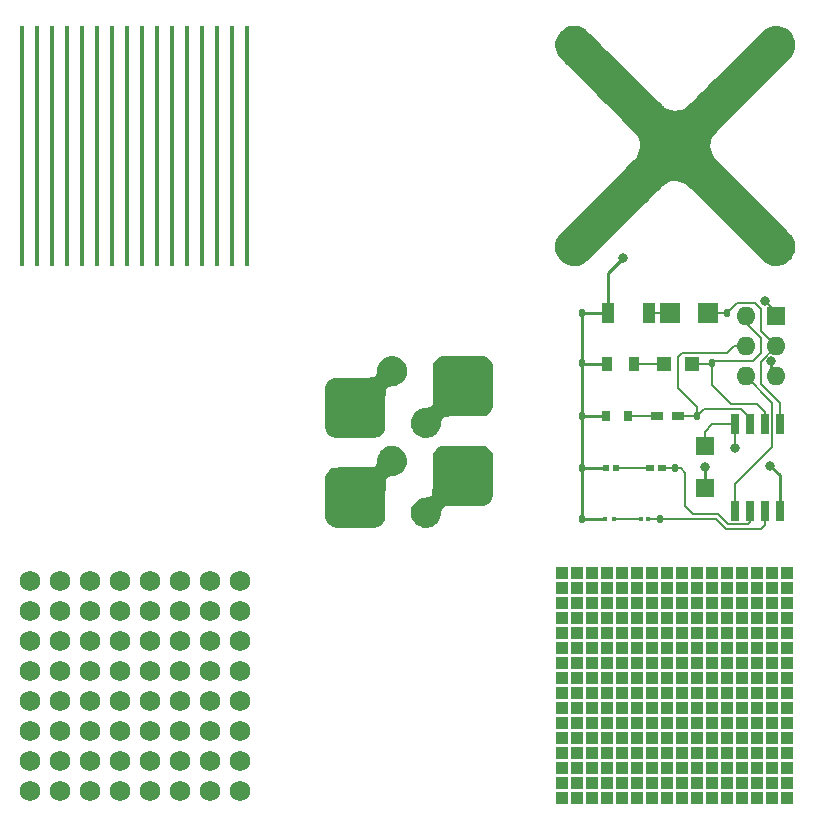
<source format=gtl>
G04 #@! TF.GenerationSoftware,KiCad,Pcbnew,(5.99.0-3978-g0efe073de)*
G04 #@! TF.CreationDate,2020-10-22T13:19:47-05:00*
G04 #@! TF.ProjectId,remoticon_badge,72656d6f-7469-4636-9f6e-5f6261646765,rev?*
G04 #@! TF.SameCoordinates,PX3072580PY307257e*
G04 #@! TF.FileFunction,Copper,L1,Top*
G04 #@! TF.FilePolarity,Positive*
%FSLAX46Y46*%
G04 Gerber Fmt 4.6, Leading zero omitted, Abs format (unit mm)*
G04 Created by KiCad (PCBNEW (5.99.0-3978-g0efe073de)) date 2020-10-22 13:19:47*
%MOMM*%
%LPD*%
G01*
G04 APERTURE LIST*
G04 #@! TA.AperFunction,ComponentPad*
%ADD10C,1.727200*%
G04 #@! TD*
G04 #@! TA.AperFunction,TestPad*
%ADD11O,0.508000X0.762000*%
G04 #@! TD*
G04 #@! TA.AperFunction,SMDPad,CuDef*
%ADD12R,1.016000X1.016000*%
G04 #@! TD*
G04 #@! TA.AperFunction,SMDPad,CuDef*
%ADD13R,0.450000X0.430000*%
G04 #@! TD*
G04 #@! TA.AperFunction,TestPad*
%ADD14O,1.600000X1.600000*%
G04 #@! TD*
G04 #@! TA.AperFunction,TestPad*
%ADD15R,1.600000X1.600000*%
G04 #@! TD*
G04 #@! TA.AperFunction,SMDPad,CuDef*
%ADD16R,0.400000X20.320000*%
G04 #@! TD*
G04 #@! TA.AperFunction,SMDPad,CuDef*
%ADD17R,0.700000X0.600000*%
G04 #@! TD*
G04 #@! TA.AperFunction,SMDPad,CuDef*
%ADD18R,0.400000X0.400000*%
G04 #@! TD*
G04 #@! TA.AperFunction,SMDPad,CuDef*
%ADD19R,0.900000X1.300000*%
G04 #@! TD*
G04 #@! TA.AperFunction,SMDPad,CuDef*
%ADD20R,0.700000X0.900000*%
G04 #@! TD*
G04 #@! TA.AperFunction,SMDPad,CuDef*
%ADD21R,1.100000X1.700000*%
G04 #@! TD*
G04 #@! TA.AperFunction,SMDPad,CuDef*
%ADD22R,1.300000X1.198880*%
G04 #@! TD*
G04 #@! TA.AperFunction,SMDPad,CuDef*
%ADD23R,0.600000X0.600000*%
G04 #@! TD*
G04 #@! TA.AperFunction,SMDPad,CuDef*
%ADD24R,1.700000X1.800860*%
G04 #@! TD*
G04 #@! TA.AperFunction,SMDPad,CuDef*
%ADD25R,1.000000X0.797560*%
G04 #@! TD*
G04 #@! TA.AperFunction,SMDPad,CuDef*
%ADD26R,1.600000X1.600000*%
G04 #@! TD*
G04 #@! TA.AperFunction,SMDPad,CuDef*
%ADD27R,0.650000X1.700000*%
G04 #@! TD*
G04 #@! TA.AperFunction,ViaPad*
%ADD28C,0.800000*%
G04 #@! TD*
G04 #@! TA.AperFunction,Conductor*
%ADD29C,0.203200*%
G04 #@! TD*
G04 #@! TA.AperFunction,Conductor*
%ADD30C,0.250000*%
G04 #@! TD*
G04 APERTURE END LIST*
D10*
G04 #@! TO.P,REF\u002A\u002A,1*
G04 #@! TO.N,N/C*
X8890000Y-74930000D03*
G04 #@! TD*
D11*
G04 #@! TO.P,P5,1,P1*
G04 #@! TO.N,Net-(D5-Pad2)*
X57150000Y-67132200D03*
G04 #@! TD*
D12*
G04 #@! TO.P,REF\u002A\u002A,1*
G04 #@! TO.N,N/C*
X65405000Y-86995000D03*
G04 #@! TD*
G04 #@! TO.P,REF\u002A\u002A,1*
G04 #@! TO.N,N/C*
X61595000Y-85725000D03*
G04 #@! TD*
D10*
G04 #@! TO.P,REF\u002A\u002A,1*
G04 #@! TO.N,N/C*
X13970000Y-77470000D03*
G04 #@! TD*
D12*
G04 #@! TO.P,REF\u002A\u002A,1*
G04 #@! TO.N,N/C*
X53975000Y-86995000D03*
G04 #@! TD*
D13*
G04 #@! TO.P,R5,1*
G04 #@! TO.N,Net-(D5-Pad1)*
X53282800Y-67132200D03*
G04 #@! TO.P,R5,2*
G04 #@! TO.N,GND*
X52482800Y-67132200D03*
G04 #@! TD*
D12*
G04 #@! TO.P,REF\u002A\u002A,1*
G04 #@! TO.N,N/C*
X59055000Y-71755000D03*
G04 #@! TD*
G04 #@! TO.P,REF\u002A\u002A,1*
G04 #@! TO.N,N/C*
X56515000Y-71755000D03*
G04 #@! TD*
D14*
G04 #@! TO.P,CON1,1*
G04 #@! TO.N,Net-(CON1-Pad1)*
X64439800Y-49987200D03*
D15*
G04 #@! TO.P,CON1,2*
G04 #@! TO.N,+BATT*
X66979800Y-49987200D03*
D14*
G04 #@! TO.P,CON1,3*
G04 #@! TO.N,Net-(CON1-Pad3)*
X64439800Y-52527200D03*
G04 #@! TO.P,CON1,4*
G04 #@! TO.N,Net-(CON1-Pad4)*
X66979800Y-52527200D03*
G04 #@! TO.P,CON1,5*
G04 #@! TO.N,Net-(CON1-Pad5)*
X64439800Y-55067200D03*
G04 #@! TO.P,CON1,6*
G04 #@! TO.N,GND*
X66979800Y-55067200D03*
G04 #@! TD*
D10*
G04 #@! TO.P,REF\u002A\u002A,1*
G04 #@! TO.N,N/C*
X16510000Y-87630000D03*
G04 #@! TD*
D12*
G04 #@! TO.P,REF\u002A\u002A,1*
G04 #@! TO.N,N/C*
X62865000Y-89535000D03*
G04 #@! TD*
D10*
G04 #@! TO.P,REF\u002A\u002A,1*
G04 #@! TO.N,N/C*
X19050000Y-87630000D03*
G04 #@! TD*
D12*
G04 #@! TO.P,REF\u002A\u002A,1*
G04 #@! TO.N,N/C*
X48895000Y-76835000D03*
G04 #@! TD*
G04 #@! TO.P,REF\u002A\u002A,1*
G04 #@! TO.N,N/C*
X48895000Y-83185000D03*
G04 #@! TD*
G04 #@! TO.P,REF\u002A\u002A,1*
G04 #@! TO.N,N/C*
X52705000Y-83185000D03*
G04 #@! TD*
D10*
G04 #@! TO.P,REF\u002A\u002A,1*
G04 #@! TO.N,N/C*
X3810000Y-85090000D03*
G04 #@! TD*
D12*
G04 #@! TO.P,REF\u002A\u002A,1*
G04 #@! TO.N,N/C*
X48895000Y-86995000D03*
G04 #@! TD*
D10*
G04 #@! TO.P,REF\u002A\u002A,1*
G04 #@! TO.N,N/C*
X21590000Y-72390000D03*
G04 #@! TD*
D12*
G04 #@! TO.P,REF\u002A\u002A,1*
G04 #@! TO.N,N/C*
X67945000Y-81915000D03*
G04 #@! TD*
D10*
G04 #@! TO.P,REF\u002A\u002A,1*
G04 #@! TO.N,N/C*
X3810000Y-74930000D03*
G04 #@! TD*
G04 #@! TO.P,REF\u002A\u002A,1*
G04 #@! TO.N,N/C*
X13970000Y-74930000D03*
G04 #@! TD*
D12*
G04 #@! TO.P,REF\u002A\u002A,1*
G04 #@! TO.N,N/C*
X66675000Y-73025000D03*
G04 #@! TD*
G04 #@! TO.P,REF\u002A\u002A,1*
G04 #@! TO.N,N/C*
X62865000Y-78105000D03*
G04 #@! TD*
G04 #@! TO.P,REF\u002A\u002A,1*
G04 #@! TO.N,N/C*
X48895000Y-89535000D03*
G04 #@! TD*
G04 #@! TO.P,REF\u002A\u002A,1*
G04 #@! TO.N,N/C*
X65405000Y-76835000D03*
G04 #@! TD*
G04 #@! TO.P,REF\u002A\u002A,1*
G04 #@! TO.N,N/C*
X62865000Y-83185000D03*
G04 #@! TD*
D10*
G04 #@! TO.P,REF\u002A\u002A,1*
G04 #@! TO.N,N/C*
X16510000Y-90170000D03*
G04 #@! TD*
D12*
G04 #@! TO.P,REF\u002A\u002A,1*
G04 #@! TO.N,N/C*
X65405000Y-90805000D03*
G04 #@! TD*
G04 #@! TO.P,REF\u002A\u002A,1*
G04 #@! TO.N,N/C*
X61595000Y-86995000D03*
G04 #@! TD*
G04 #@! TO.P,REF\u002A\u002A,1*
G04 #@! TO.N,N/C*
X53975000Y-81915000D03*
G04 #@! TD*
G04 #@! TO.P,REF\u002A\u002A,1*
G04 #@! TO.N,N/C*
X67945000Y-83185000D03*
G04 #@! TD*
D10*
G04 #@! TO.P,REF\u002A\u002A,1*
G04 #@! TO.N,N/C*
X11430000Y-74930000D03*
G04 #@! TD*
D12*
G04 #@! TO.P,REF\u002A\u002A,1*
G04 #@! TO.N,N/C*
X48895000Y-85725000D03*
G04 #@! TD*
D10*
G04 #@! TO.P,REF\u002A\u002A,1*
G04 #@! TO.N,N/C*
X8890000Y-85090000D03*
G04 #@! TD*
D12*
G04 #@! TO.P,REF\u002A\u002A,1*
G04 #@! TO.N,N/C*
X56515000Y-73025000D03*
G04 #@! TD*
G04 #@! TO.P,REF\u002A\u002A,1*
G04 #@! TO.N,N/C*
X48895000Y-88265000D03*
G04 #@! TD*
G04 #@! TO.P,REF\u002A\u002A,1*
G04 #@! TO.N,N/C*
X60325000Y-79375000D03*
G04 #@! TD*
D10*
G04 #@! TO.P,REF\u002A\u002A,1*
G04 #@! TO.N,N/C*
X8890000Y-77470000D03*
G04 #@! TD*
D12*
G04 #@! TO.P,REF\u002A\u002A,1*
G04 #@! TO.N,N/C*
X62865000Y-81915000D03*
G04 #@! TD*
G04 #@! TO.P,REF\u002A\u002A,1*
G04 #@! TO.N,N/C*
X65405000Y-79375000D03*
G04 #@! TD*
G04 #@! TO.P,REF\u002A\u002A,1*
G04 #@! TO.N,N/C*
X64135000Y-80645000D03*
G04 #@! TD*
G04 #@! TO.P,REF\u002A\u002A,1*
G04 #@! TO.N,N/C*
X53975000Y-85725000D03*
G04 #@! TD*
G04 #@! TO.P,REF\u002A\u002A,1*
G04 #@! TO.N,N/C*
X60325000Y-78105000D03*
G04 #@! TD*
G04 #@! TO.P,REF\u002A\u002A,1*
G04 #@! TO.N,N/C*
X62865000Y-86995000D03*
G04 #@! TD*
G04 #@! TO.P,REF\u002A\u002A,1*
G04 #@! TO.N,N/C*
X59055000Y-78105000D03*
G04 #@! TD*
G04 #@! TO.P,REF\u002A\u002A,1*
G04 #@! TO.N,N/C*
X57785000Y-89535000D03*
G04 #@! TD*
D10*
G04 #@! TO.P,REF\u002A\u002A,1*
G04 #@! TO.N,N/C*
X3810000Y-80010000D03*
G04 #@! TD*
D12*
G04 #@! TO.P,REF\u002A\u002A,1*
G04 #@! TO.N,N/C*
X59055000Y-79375000D03*
G04 #@! TD*
G04 #@! TO.P,REF\u002A\u002A,1*
G04 #@! TO.N,N/C*
X52705000Y-90805000D03*
G04 #@! TD*
G04 #@! TO.P,REF\u002A\u002A,1*
G04 #@! TO.N,N/C*
X48895000Y-78105000D03*
G04 #@! TD*
G04 #@! TO.P,REF\u002A\u002A,1*
G04 #@! TO.N,N/C*
X53975000Y-78105000D03*
G04 #@! TD*
G04 #@! TO.P,REF\u002A\u002A,1*
G04 #@! TO.N,N/C*
X66675000Y-85725000D03*
G04 #@! TD*
G04 #@! TO.P,REF\u002A\u002A,1*
G04 #@! TO.N,N/C*
X50165000Y-89535000D03*
G04 #@! TD*
G04 #@! TO.P,REF\u002A\u002A,1*
G04 #@! TO.N,N/C*
X65405000Y-75565000D03*
G04 #@! TD*
G04 #@! TO.P,REF\u002A\u002A,1*
G04 #@! TO.N,N/C*
X48895000Y-84455000D03*
G04 #@! TD*
G04 #@! TO.P,REF\u002A\u002A,1*
G04 #@! TO.N,N/C*
X62865000Y-71755000D03*
G04 #@! TD*
D11*
G04 #@! TO.P,PG2,1,P1*
G04 #@! TO.N,GND*
X50546000Y-53975000D03*
G04 #@! TD*
D10*
G04 #@! TO.P,REF\u002A\u002A,1*
G04 #@! TO.N,N/C*
X6350000Y-85090000D03*
G04 #@! TD*
D12*
G04 #@! TO.P,REF\u002A\u002A,1*
G04 #@! TO.N,N/C*
X65405000Y-88265000D03*
G04 #@! TD*
G04 #@! TO.P,REF\u002A\u002A,1*
G04 #@! TO.N,N/C*
X64135000Y-81915000D03*
G04 #@! TD*
D10*
G04 #@! TO.P,REF\u002A\u002A,1*
G04 #@! TO.N,N/C*
X16510000Y-72390000D03*
G04 #@! TD*
D16*
G04 #@! TO.P,REF\u002A\u002A,1*
G04 #@! TO.N,N/C*
X12065000Y-35560000D03*
G04 #@! TD*
D10*
G04 #@! TO.P,REF\u002A\u002A,1*
G04 #@! TO.N,N/C*
X3810000Y-90170000D03*
G04 #@! TD*
G04 #@! TO.P,REF\u002A\u002A,1*
G04 #@! TO.N,N/C*
X16510000Y-85090000D03*
G04 #@! TD*
D12*
G04 #@! TO.P,REF\u002A\u002A,1*
G04 #@! TO.N,N/C*
X56515000Y-90805000D03*
G04 #@! TD*
D10*
G04 #@! TO.P,REF\u002A\u002A,1*
G04 #@! TO.N,N/C*
X6350000Y-77470000D03*
G04 #@! TD*
D12*
G04 #@! TO.P,REF\u002A\u002A,1*
G04 #@! TO.N,N/C*
X64135000Y-85725000D03*
G04 #@! TD*
G04 #@! TO.P,REF\u002A\u002A,1*
G04 #@! TO.N,N/C*
X60325000Y-86995000D03*
G04 #@! TD*
G04 #@! TO.P,REF\u002A\u002A,1*
G04 #@! TO.N,N/C*
X67945000Y-90805000D03*
G04 #@! TD*
G04 #@! TO.P,REF\u002A\u002A,1*
G04 #@! TO.N,N/C*
X55245000Y-73025000D03*
G04 #@! TD*
G04 #@! TO.P,REF\u002A\u002A,1*
G04 #@! TO.N,N/C*
X56515000Y-78105000D03*
G04 #@! TD*
G04 #@! TO.P,REF\u002A\u002A,1*
G04 #@! TO.N,N/C*
X56515000Y-89535000D03*
G04 #@! TD*
D10*
G04 #@! TO.P,REF\u002A\u002A,1*
G04 #@! TO.N,N/C*
X8890000Y-80010000D03*
G04 #@! TD*
D12*
G04 #@! TO.P,REF\u002A\u002A,1*
G04 #@! TO.N,N/C*
X62865000Y-73025000D03*
G04 #@! TD*
G04 #@! TO.P,REF\u002A\u002A,1*
G04 #@! TO.N,N/C*
X65405000Y-85725000D03*
G04 #@! TD*
D10*
G04 #@! TO.P,REF\u002A\u002A,1*
G04 #@! TO.N,N/C*
X19050000Y-82550000D03*
G04 #@! TD*
D12*
G04 #@! TO.P,REF\u002A\u002A,1*
G04 #@! TO.N,N/C*
X52705000Y-85725000D03*
G04 #@! TD*
D16*
G04 #@! TO.P,REF\u002A\u002A,1*
G04 #@! TO.N,N/C*
X22225000Y-35560000D03*
G04 #@! TD*
D17*
G04 #@! TO.P,D4,1,K*
G04 #@! TO.N,Net-(D4-Pad1)*
X56345200Y-62839600D03*
G04 #@! TO.P,D4,2,A*
G04 #@! TO.N,Net-(D4-Pad2)*
X57345200Y-62839600D03*
G04 #@! TD*
D12*
G04 #@! TO.P,REF\u002A\u002A,1*
G04 #@! TO.N,N/C*
X55245000Y-85725000D03*
G04 #@! TD*
G04 #@! TO.P,REF\u002A\u002A,1*
G04 #@! TO.N,N/C*
X61595000Y-80645000D03*
G04 #@! TD*
G04 #@! TO.P,REF\u002A\u002A,1*
G04 #@! TO.N,N/C*
X57785000Y-84455000D03*
G04 #@! TD*
D10*
G04 #@! TO.P,REF\u002A\u002A,1*
G04 #@! TO.N,N/C*
X6350000Y-87630000D03*
G04 #@! TD*
G04 #@! TO.P,REF\u002A\u002A,1*
G04 #@! TO.N,N/C*
X21590000Y-87630000D03*
G04 #@! TD*
D11*
G04 #@! TO.P,P3,1,P1*
G04 #@! TO.N,Net-(CON1-Pad3)*
X60325000Y-58420000D03*
G04 #@! TD*
D10*
G04 #@! TO.P,REF\u002A\u002A,1*
G04 #@! TO.N,N/C*
X21590000Y-74930000D03*
G04 #@! TD*
D12*
G04 #@! TO.P,REF\u002A\u002A,1*
G04 #@! TO.N,N/C*
X65405000Y-89535000D03*
G04 #@! TD*
G04 #@! TO.P,REF\u002A\u002A,1*
G04 #@! TO.N,N/C*
X56515000Y-74295000D03*
G04 #@! TD*
G04 #@! TO.P,REF\u002A\u002A,1*
G04 #@! TO.N,N/C*
X51435000Y-85725000D03*
G04 #@! TD*
G04 #@! TO.P,REF\u002A\u002A,1*
G04 #@! TO.N,N/C*
X56515000Y-75565000D03*
G04 #@! TD*
D16*
G04 #@! TO.P,REF\u002A\u002A,1*
G04 #@! TO.N,N/C*
X14605000Y-35560000D03*
G04 #@! TD*
D12*
G04 #@! TO.P,REF\u002A\u002A,1*
G04 #@! TO.N,N/C*
X62865000Y-85725000D03*
G04 #@! TD*
G04 #@! TO.P,REF\u002A\u002A,1*
G04 #@! TO.N,N/C*
X66675000Y-74295000D03*
G04 #@! TD*
D16*
G04 #@! TO.P,REF\u002A\u002A,1*
G04 #@! TO.N,N/C*
X6985000Y-35560000D03*
G04 #@! TD*
D12*
G04 #@! TO.P,REF\u002A\u002A,1*
G04 #@! TO.N,N/C*
X50165000Y-83185000D03*
G04 #@! TD*
D10*
G04 #@! TO.P,REF\u002A\u002A,1*
G04 #@! TO.N,N/C*
X3810000Y-77470000D03*
G04 #@! TD*
D12*
G04 #@! TO.P,REF\u002A\u002A,1*
G04 #@! TO.N,N/C*
X50165000Y-78105000D03*
G04 #@! TD*
D10*
G04 #@! TO.P,REF\u002A\u002A,1*
G04 #@! TO.N,N/C*
X21590000Y-85090000D03*
G04 #@! TD*
D12*
G04 #@! TO.P,REF\u002A\u002A,1*
G04 #@! TO.N,N/C*
X65405000Y-74295000D03*
G04 #@! TD*
G04 #@! TO.P,REF\u002A\u002A,1*
G04 #@! TO.N,N/C*
X55245000Y-78105000D03*
G04 #@! TD*
G04 #@! TO.P,REF\u002A\u002A,1*
G04 #@! TO.N,N/C*
X59055000Y-83185000D03*
G04 #@! TD*
G04 #@! TO.P,REF\u002A\u002A,1*
G04 #@! TO.N,N/C*
X57785000Y-75565000D03*
G04 #@! TD*
D10*
G04 #@! TO.P,REF\u002A\u002A,1*
G04 #@! TO.N,N/C*
X16510000Y-80010000D03*
G04 #@! TD*
D12*
G04 #@! TO.P,REF\u002A\u002A,1*
G04 #@! TO.N,N/C*
X51435000Y-74295000D03*
G04 #@! TD*
D10*
G04 #@! TO.P,REF\u002A\u002A,1*
G04 #@! TO.N,N/C*
X16510000Y-74930000D03*
G04 #@! TD*
D12*
G04 #@! TO.P,REF\u002A\u002A,1*
G04 #@! TO.N,N/C*
X66675000Y-88265000D03*
G04 #@! TD*
G04 #@! TO.P,REF\u002A\u002A,1*
G04 #@! TO.N,N/C*
X51435000Y-84455000D03*
G04 #@! TD*
G04 #@! TO.P,REF\u002A\u002A,1*
G04 #@! TO.N,N/C*
X67945000Y-86995000D03*
G04 #@! TD*
D10*
G04 #@! TO.P,REF\u002A\u002A,1*
G04 #@! TO.N,N/C*
X19050000Y-77470000D03*
G04 #@! TD*
G04 #@! TO.P,REF\u002A\u002A,1*
G04 #@! TO.N,N/C*
X11430000Y-77470000D03*
G04 #@! TD*
D12*
G04 #@! TO.P,REF\u002A\u002A,1*
G04 #@! TO.N,N/C*
X52705000Y-71755000D03*
G04 #@! TD*
G04 #@! TO.P,REF\u002A\u002A,1*
G04 #@! TO.N,N/C*
X51435000Y-71755000D03*
G04 #@! TD*
G04 #@! TO.P,REF\u002A\u002A,1*
G04 #@! TO.N,N/C*
X50165000Y-90805000D03*
G04 #@! TD*
G04 #@! TO.P,REF\u002A\u002A,1*
G04 #@! TO.N,N/C*
X51435000Y-89535000D03*
G04 #@! TD*
G04 #@! TO.P,REF\u002A\u002A,1*
G04 #@! TO.N,N/C*
X66675000Y-71755000D03*
G04 #@! TD*
G04 #@! TO.P,REF\u002A\u002A,1*
G04 #@! TO.N,N/C*
X57785000Y-90805000D03*
G04 #@! TD*
G04 #@! TO.P,REF\u002A\u002A,1*
G04 #@! TO.N,N/C*
X51435000Y-80645000D03*
G04 #@! TD*
G04 #@! TO.P,REF\u002A\u002A,1*
G04 #@! TO.N,N/C*
X57785000Y-78105000D03*
G04 #@! TD*
G04 #@! TO.P,REF\u002A\u002A,1*
G04 #@! TO.N,N/C*
X64135000Y-83185000D03*
G04 #@! TD*
G04 #@! TO.P,REF\u002A\u002A,1*
G04 #@! TO.N,N/C*
X55245000Y-71755000D03*
G04 #@! TD*
G04 #@! TO.P,REF\u002A\u002A,1*
G04 #@! TO.N,N/C*
X61595000Y-73025000D03*
G04 #@! TD*
G04 #@! TO.P,REF\u002A\u002A,1*
G04 #@! TO.N,N/C*
X60325000Y-83185000D03*
G04 #@! TD*
G04 #@! TO.P,REF\u002A\u002A,1*
G04 #@! TO.N,N/C*
X56515000Y-80645000D03*
G04 #@! TD*
G04 #@! TO.P,REF\u002A\u002A,1*
G04 #@! TO.N,N/C*
X59055000Y-75565000D03*
G04 #@! TD*
G04 #@! TO.P,REF\u002A\u002A,1*
G04 #@! TO.N,N/C*
X61595000Y-74295000D03*
G04 #@! TD*
D11*
G04 #@! TO.P,P4,1,P1*
G04 #@! TO.N,Net-(D4-Pad2)*
X58420000Y-62865000D03*
G04 #@! TD*
D12*
G04 #@! TO.P,REF\u002A\u002A,1*
G04 #@! TO.N,N/C*
X52705000Y-88265000D03*
G04 #@! TD*
G04 #@! TO.P,REF\u002A\u002A,1*
G04 #@! TO.N,N/C*
X53975000Y-71755000D03*
G04 #@! TD*
G04 #@! TO.P,REF\u002A\u002A,1*
G04 #@! TO.N,N/C*
X55245000Y-81915000D03*
G04 #@! TD*
G04 #@! TO.P,REF\u002A\u002A,1*
G04 #@! TO.N,N/C*
X66675000Y-90805000D03*
G04 #@! TD*
D10*
G04 #@! TO.P,REF\u002A\u002A,1*
G04 #@! TO.N,N/C*
X6350000Y-72390000D03*
G04 #@! TD*
D12*
G04 #@! TO.P,REF\u002A\u002A,1*
G04 #@! TO.N,N/C*
X57785000Y-83185000D03*
G04 #@! TD*
G04 #@! TO.P,REF\u002A\u002A,1*
G04 #@! TO.N,N/C*
X52705000Y-73025000D03*
G04 #@! TD*
G04 #@! TO.P,REF\u002A\u002A,1*
G04 #@! TO.N,N/C*
X62865000Y-75565000D03*
G04 #@! TD*
G04 #@! TO.P,REF\u002A\u002A,1*
G04 #@! TO.N,N/C*
X59055000Y-84455000D03*
G04 #@! TD*
G04 #@! TO.P,REF\u002A\u002A,1*
G04 #@! TO.N,N/C*
X60325000Y-80645000D03*
G04 #@! TD*
G04 #@! TO.P,REF\u002A\u002A,1*
G04 #@! TO.N,N/C*
X64135000Y-88265000D03*
G04 #@! TD*
G04 #@! TO.P,REF\u002A\u002A,1*
G04 #@! TO.N,N/C*
X67945000Y-89535000D03*
G04 #@! TD*
G04 #@! TO.P,REF\u002A\u002A,1*
G04 #@! TO.N,N/C*
X50165000Y-88265000D03*
G04 #@! TD*
G04 #@! TO.P,REF\u002A\u002A,1*
G04 #@! TO.N,N/C*
X50165000Y-79375000D03*
G04 #@! TD*
G04 #@! TO.P,REF\u002A\u002A,1*
G04 #@! TO.N,N/C*
X64135000Y-75565000D03*
G04 #@! TD*
G04 #@! TO.P,REF\u002A\u002A,1*
G04 #@! TO.N,N/C*
X53975000Y-79375000D03*
G04 #@! TD*
G04 #@! TO.P,REF\u002A\u002A,1*
G04 #@! TO.N,N/C*
X67945000Y-78105000D03*
G04 #@! TD*
G04 #@! TO.P,REF\u002A\u002A,1*
G04 #@! TO.N,N/C*
X52705000Y-76835000D03*
G04 #@! TD*
G04 #@! TO.P,REF\u002A\u002A,1*
G04 #@! TO.N,N/C*
X59055000Y-89535000D03*
G04 #@! TD*
G04 #@! TO.P,REF\u002A\u002A,1*
G04 #@! TO.N,N/C*
X65405000Y-81915000D03*
G04 #@! TD*
G04 #@! TO.P,REF\u002A\u002A,1*
G04 #@! TO.N,N/C*
X51435000Y-81915000D03*
G04 #@! TD*
G04 #@! TO.P,REF\u002A\u002A,1*
G04 #@! TO.N,N/C*
X48895000Y-81915000D03*
G04 #@! TD*
D10*
G04 #@! TO.P,REF\u002A\u002A,1*
G04 #@! TO.N,N/C*
X16510000Y-77470000D03*
G04 #@! TD*
D16*
G04 #@! TO.P,REF\u002A\u002A,1*
G04 #@! TO.N,N/C*
X13335000Y-35560000D03*
G04 #@! TD*
D12*
G04 #@! TO.P,REF\u002A\u002A,1*
G04 #@! TO.N,N/C*
X67945000Y-84455000D03*
G04 #@! TD*
G04 #@! TO.P,REF\u002A\u002A,1*
G04 #@! TO.N,N/C*
X66675000Y-75565000D03*
G04 #@! TD*
G04 #@! TO.P,REF\u002A\u002A,1*
G04 #@! TO.N,N/C*
X60325000Y-84455000D03*
G04 #@! TD*
G04 #@! TO.P,REF\u002A\u002A,1*
G04 #@! TO.N,N/C*
X64135000Y-89535000D03*
G04 #@! TD*
G04 #@! TO.P,REF\u002A\u002A,1*
G04 #@! TO.N,N/C*
X60325000Y-73025000D03*
G04 #@! TD*
D10*
G04 #@! TO.P,REF\u002A\u002A,1*
G04 #@! TO.N,N/C*
X3810000Y-72390000D03*
G04 #@! TD*
D12*
G04 #@! TO.P,REF\u002A\u002A,1*
G04 #@! TO.N,N/C*
X59055000Y-76835000D03*
G04 #@! TD*
D10*
G04 #@! TO.P,REF\u002A\u002A,1*
G04 #@! TO.N,N/C*
X11430000Y-85090000D03*
G04 #@! TD*
D12*
G04 #@! TO.P,REF\u002A\u002A,1*
G04 #@! TO.N,N/C*
X52705000Y-78105000D03*
G04 #@! TD*
G04 #@! TO.P,REF\u002A\u002A,1*
G04 #@! TO.N,N/C*
X56515000Y-76835000D03*
G04 #@! TD*
G04 #@! TO.P,REF\u002A\u002A,1*
G04 #@! TO.N,N/C*
X62865000Y-90805000D03*
G04 #@! TD*
G04 #@! TO.P,REF\u002A\u002A,1*
G04 #@! TO.N,N/C*
X53975000Y-76835000D03*
G04 #@! TD*
G04 #@! TO.P,REF\u002A\u002A,1*
G04 #@! TO.N,N/C*
X50165000Y-85725000D03*
G04 #@! TD*
G04 #@! TO.P,REF\u002A\u002A,1*
G04 #@! TO.N,N/C*
X51435000Y-90805000D03*
G04 #@! TD*
G04 #@! TO.P,REF\u002A\u002A,1*
G04 #@! TO.N,N/C*
X53975000Y-73025000D03*
G04 #@! TD*
G04 #@! TO.P,REF\u002A\u002A,1*
G04 #@! TO.N,N/C*
X60325000Y-81915000D03*
G04 #@! TD*
G04 #@! TO.P,REF\u002A\u002A,1*
G04 #@! TO.N,N/C*
X48895000Y-73025000D03*
G04 #@! TD*
G04 #@! TO.P,REF\u002A\u002A,1*
G04 #@! TO.N,N/C*
X67945000Y-75565000D03*
G04 #@! TD*
G04 #@! TO.P,REF\u002A\u002A,1*
G04 #@! TO.N,N/C*
X56515000Y-83185000D03*
G04 #@! TD*
G04 #@! TO.P,REF\u002A\u002A,1*
G04 #@! TO.N,N/C*
X50165000Y-76835000D03*
G04 #@! TD*
G04 #@! TO.P,REF\u002A\u002A,1*
G04 #@! TO.N,N/C*
X64135000Y-79375000D03*
G04 #@! TD*
G04 #@! TO.P,REF\u002A\u002A,1*
G04 #@! TO.N,N/C*
X59055000Y-81915000D03*
G04 #@! TD*
G04 #@! TO.P,REF\u002A\u002A,1*
G04 #@! TO.N,N/C*
X52705000Y-79375000D03*
G04 #@! TD*
D10*
G04 #@! TO.P,REF\u002A\u002A,1*
G04 #@! TO.N,N/C*
X21590000Y-90170000D03*
G04 #@! TD*
D16*
G04 #@! TO.P,REF\u002A\u002A,1*
G04 #@! TO.N,N/C*
X4445000Y-35560000D03*
G04 #@! TD*
G04 #@! TO.P,REF\u002A\u002A,1*
G04 #@! TO.N,N/C*
X9525000Y-35560000D03*
G04 #@! TD*
G04 #@! TO.P,REF\u002A\u002A,1*
G04 #@! TO.N,N/C*
X3175000Y-35560000D03*
G04 #@! TD*
D12*
G04 #@! TO.P,REF\u002A\u002A,1*
G04 #@! TO.N,N/C*
X66675000Y-84455000D03*
G04 #@! TD*
D10*
G04 #@! TO.P,REF\u002A\u002A,1*
G04 #@! TO.N,N/C*
X19050000Y-85090000D03*
G04 #@! TD*
D12*
G04 #@! TO.P,REF\u002A\u002A,1*
G04 #@! TO.N,N/C*
X59055000Y-88265000D03*
G04 #@! TD*
G04 #@! TO.P,REF\u002A\u002A,1*
G04 #@! TO.N,N/C*
X62865000Y-74295000D03*
G04 #@! TD*
G04 #@! TO.P,REF\u002A\u002A,1*
G04 #@! TO.N,N/C*
X55245000Y-86995000D03*
G04 #@! TD*
G04 #@! TO.P,REF\u002A\u002A,1*
G04 #@! TO.N,N/C*
X62865000Y-84455000D03*
G04 #@! TD*
G04 #@! TO.P,REF\u002A\u002A,1*
G04 #@! TO.N,N/C*
X66675000Y-81915000D03*
G04 #@! TD*
G04 #@! TO.P,REF\u002A\u002A,1*
G04 #@! TO.N,N/C*
X55245000Y-75565000D03*
G04 #@! TD*
G04 #@! TO.P,REF\u002A\u002A,1*
G04 #@! TO.N,N/C*
X56515000Y-88265000D03*
G04 #@! TD*
G04 #@! TO.P,REF\u002A\u002A,1*
G04 #@! TO.N,N/C*
X51435000Y-75565000D03*
G04 #@! TD*
G04 #@! TO.P,REF\u002A\u002A,1*
G04 #@! TO.N,N/C*
X55245000Y-76835000D03*
G04 #@! TD*
G04 #@! TO.P,REF\u002A\u002A,1*
G04 #@! TO.N,N/C*
X60325000Y-76835000D03*
G04 #@! TD*
G04 #@! TO.P,REF\u002A\u002A,1*
G04 #@! TO.N,N/C*
X51435000Y-73025000D03*
G04 #@! TD*
D10*
G04 #@! TO.P,REF\u002A\u002A,1*
G04 #@! TO.N,N/C*
X8890000Y-87630000D03*
G04 #@! TD*
G04 #@! TO.P,REF\u002A\u002A,1*
G04 #@! TO.N,N/C*
X21590000Y-82550000D03*
G04 #@! TD*
D12*
G04 #@! TO.P,REF\u002A\u002A,1*
G04 #@! TO.N,N/C*
X67945000Y-73025000D03*
G04 #@! TD*
G04 #@! TO.P,REF\u002A\u002A,1*
G04 #@! TO.N,N/C*
X56515000Y-86995000D03*
G04 #@! TD*
G04 #@! TO.P,REF\u002A\u002A,1*
G04 #@! TO.N,N/C*
X62865000Y-76835000D03*
G04 #@! TD*
G04 #@! TO.P,REF\u002A\u002A,1*
G04 #@! TO.N,N/C*
X60325000Y-88265000D03*
G04 #@! TD*
D10*
G04 #@! TO.P,REF\u002A\u002A,1*
G04 #@! TO.N,N/C*
X16510000Y-82550000D03*
G04 #@! TD*
D18*
G04 #@! TO.P,D5,1,K*
G04 #@! TO.N,Net-(D5-Pad1)*
X55580000Y-67132200D03*
G04 #@! TO.P,D5,2,A*
G04 #@! TO.N,Net-(D5-Pad2)*
X56180000Y-67132200D03*
G04 #@! TD*
D10*
G04 #@! TO.P,REF\u002A\u002A,1*
G04 #@! TO.N,N/C*
X8890000Y-72390000D03*
G04 #@! TD*
D12*
G04 #@! TO.P,REF\u002A\u002A,1*
G04 #@! TO.N,N/C*
X59055000Y-73025000D03*
G04 #@! TD*
G04 #@! TO.P,REF\u002A\u002A,1*
G04 #@! TO.N,N/C*
X53975000Y-74295000D03*
G04 #@! TD*
D10*
G04 #@! TO.P,REF\u002A\u002A,1*
G04 #@! TO.N,N/C*
X13970000Y-82550000D03*
G04 #@! TD*
G04 #@! TO.P,REF\u002A\u002A,1*
G04 #@! TO.N,N/C*
X21590000Y-77470000D03*
G04 #@! TD*
D12*
G04 #@! TO.P,REF\u002A\u002A,1*
G04 #@! TO.N,N/C*
X53975000Y-75565000D03*
G04 #@! TD*
G04 #@! TO.P,REF\u002A\u002A,1*
G04 #@! TO.N,N/C*
X62865000Y-80645000D03*
G04 #@! TD*
G04 #@! TO.P,REF\u002A\u002A,1*
G04 #@! TO.N,N/C*
X64135000Y-76835000D03*
G04 #@! TD*
D16*
G04 #@! TO.P,REF\u002A\u002A,1*
G04 #@! TO.N,N/C*
X19685000Y-35560000D03*
G04 #@! TD*
D12*
G04 #@! TO.P,REF\u002A\u002A,1*
G04 #@! TO.N,N/C*
X65405000Y-83185000D03*
G04 #@! TD*
G04 #@! TO.P,REF\u002A\u002A,1*
G04 #@! TO.N,N/C*
X64135000Y-90805000D03*
G04 #@! TD*
G04 #@! TO.P,REF\u002A\u002A,1*
G04 #@! TO.N,N/C*
X66675000Y-83185000D03*
G04 #@! TD*
D11*
G04 #@! TO.P,PG5,1,P1*
G04 #@! TO.N,GND*
X50546000Y-58420000D03*
G04 #@! TD*
D12*
G04 #@! TO.P,REF\u002A\u002A,1*
G04 #@! TO.N,N/C*
X61595000Y-78105000D03*
G04 #@! TD*
G04 #@! TO.P,REF\u002A\u002A,1*
G04 #@! TO.N,N/C*
X61595000Y-81915000D03*
G04 #@! TD*
G04 #@! TO.P,REF\u002A\u002A,1*
G04 #@! TO.N,N/C*
X60325000Y-90805000D03*
G04 #@! TD*
G04 #@! TO.P,REF\u002A\u002A,1*
G04 #@! TO.N,N/C*
X64135000Y-73025000D03*
G04 #@! TD*
G04 #@! TO.P,REF\u002A\u002A,1*
G04 #@! TO.N,N/C*
X53975000Y-83185000D03*
G04 #@! TD*
G04 #@! TO.P,REF\u002A\u002A,1*
G04 #@! TO.N,N/C*
X48895000Y-79375000D03*
G04 #@! TD*
G04 #@! TO.P,REF\u002A\u002A,1*
G04 #@! TO.N,N/C*
X52705000Y-84455000D03*
G04 #@! TD*
G04 #@! TO.P,REF\u002A\u002A,1*
G04 #@! TO.N,N/C*
X52705000Y-86995000D03*
G04 #@! TD*
D10*
G04 #@! TO.P,REF\u002A\u002A,1*
G04 #@! TO.N,N/C*
X8890000Y-82550000D03*
G04 #@! TD*
D12*
G04 #@! TO.P,REF\u002A\u002A,1*
G04 #@! TO.N,N/C*
X55245000Y-89535000D03*
G04 #@! TD*
G04 #@! TO.P,REF\u002A\u002A,1*
G04 #@! TO.N,N/C*
X65405000Y-73025000D03*
G04 #@! TD*
D10*
G04 #@! TO.P,REF\u002A\u002A,1*
G04 #@! TO.N,N/C*
X6350000Y-82550000D03*
G04 #@! TD*
D19*
G04 #@! TO.P,R2,1*
G04 #@! TO.N,Net-(D2-Pad1)*
X54991000Y-54000400D03*
G04 #@! TO.P,R2,2*
G04 #@! TO.N,GND*
X52705000Y-54000400D03*
G04 #@! TD*
D12*
G04 #@! TO.P,REF\u002A\u002A,1*
G04 #@! TO.N,N/C*
X57785000Y-76835000D03*
G04 #@! TD*
G04 #@! TO.P,REF\u002A\u002A,1*
G04 #@! TO.N,N/C*
X60325000Y-85725000D03*
G04 #@! TD*
G04 #@! TO.P,REF\u002A\u002A,1*
G04 #@! TO.N,N/C*
X61595000Y-71755000D03*
G04 #@! TD*
G04 #@! TO.P,REF\u002A\u002A,1*
G04 #@! TO.N,N/C*
X56515000Y-85725000D03*
G04 #@! TD*
G04 #@! TO.P,REF\u002A\u002A,1*
G04 #@! TO.N,N/C*
X50165000Y-81915000D03*
G04 #@! TD*
D16*
G04 #@! TO.P,REF\u002A\u002A,1*
G04 #@! TO.N,N/C*
X15875000Y-35560000D03*
G04 #@! TD*
D12*
G04 #@! TO.P,REF\u002A\u002A,1*
G04 #@! TO.N,N/C*
X65405000Y-71755000D03*
G04 #@! TD*
D11*
G04 #@! TO.P,P1,1,P1*
G04 #@! TO.N,Net-(CON1-Pad4)*
X62865000Y-49707800D03*
G04 #@! TD*
D12*
G04 #@! TO.P,REF\u002A\u002A,1*
G04 #@! TO.N,N/C*
X61595000Y-75565000D03*
G04 #@! TD*
G04 #@! TO.P,REF\u002A\u002A,1*
G04 #@! TO.N,N/C*
X59055000Y-90805000D03*
G04 #@! TD*
G04 #@! TO.P,REF\u002A\u002A,1*
G04 #@! TO.N,N/C*
X59055000Y-80645000D03*
G04 #@! TD*
D10*
G04 #@! TO.P,REF\u002A\u002A,1*
G04 #@! TO.N,N/C*
X3810000Y-82550000D03*
G04 #@! TD*
D16*
G04 #@! TO.P,REF\u002A\u002A,1*
G04 #@! TO.N,N/C*
X5715000Y-35560000D03*
G04 #@! TD*
D10*
G04 #@! TO.P,REF\u002A\u002A,1*
G04 #@! TO.N,N/C*
X19050000Y-74930000D03*
G04 #@! TD*
G04 #@! TO.P,REF\u002A\u002A,1*
G04 #@! TO.N,N/C*
X13970000Y-87630000D03*
G04 #@! TD*
D12*
G04 #@! TO.P,REF\u002A\u002A,1*
G04 #@! TO.N,N/C*
X60325000Y-71755000D03*
G04 #@! TD*
G04 #@! TO.P,REF\u002A\u002A,1*
G04 #@! TO.N,N/C*
X61595000Y-76835000D03*
G04 #@! TD*
G04 #@! TO.P,REF\u002A\u002A,1*
G04 #@! TO.N,N/C*
X55245000Y-80645000D03*
G04 #@! TD*
D11*
G04 #@! TO.P,P2,1,P1*
G04 #@! TO.N,Net-(CON1-Pad1)*
X61595000Y-53975000D03*
G04 #@! TD*
D12*
G04 #@! TO.P,REF\u002A\u002A,1*
G04 #@! TO.N,N/C*
X50165000Y-74295000D03*
G04 #@! TD*
G04 #@! TO.P,REF\u002A\u002A,1*
G04 #@! TO.N,N/C*
X62865000Y-88265000D03*
G04 #@! TD*
G04 #@! TO.P,REF\u002A\u002A,1*
G04 #@! TO.N,N/C*
X65405000Y-78105000D03*
G04 #@! TD*
G04 #@! TO.P,REF\u002A\u002A,1*
G04 #@! TO.N,N/C*
X57785000Y-85725000D03*
G04 #@! TD*
G04 #@! TO.P,REF\u002A\u002A,1*
G04 #@! TO.N,N/C*
X67945000Y-74295000D03*
G04 #@! TD*
D16*
G04 #@! TO.P,REF\u002A\u002A,1*
G04 #@! TO.N,N/C*
X10795000Y-35560000D03*
G04 #@! TD*
D12*
G04 #@! TO.P,REF\u002A\u002A,1*
G04 #@! TO.N,N/C*
X55245000Y-74295000D03*
G04 #@! TD*
G04 #@! TO.P,REF\u002A\u002A,1*
G04 #@! TO.N,N/C*
X66675000Y-86995000D03*
G04 #@! TD*
G04 #@! TO.P,REF\u002A\u002A,1*
G04 #@! TO.N,N/C*
X67945000Y-79375000D03*
G04 #@! TD*
D10*
G04 #@! TO.P,REF\u002A\u002A,1*
G04 #@! TO.N,N/C*
X11430000Y-87630000D03*
G04 #@! TD*
D12*
G04 #@! TO.P,REF\u002A\u002A,1*
G04 #@! TO.N,N/C*
X57785000Y-74295000D03*
G04 #@! TD*
D10*
G04 #@! TO.P,REF\u002A\u002A,1*
G04 #@! TO.N,N/C*
X11430000Y-72390000D03*
G04 #@! TD*
D12*
G04 #@! TO.P,REF\u002A\u002A,1*
G04 #@! TO.N,N/C*
X56515000Y-84455000D03*
G04 #@! TD*
D10*
G04 #@! TO.P,REF\u002A\u002A,1*
G04 #@! TO.N,N/C*
X13970000Y-90170000D03*
G04 #@! TD*
G04 #@! TO.P,REF\u002A\u002A,1*
G04 #@! TO.N,N/C*
X19050000Y-80010000D03*
G04 #@! TD*
G04 #@! TO.P,REF\u002A\u002A,1*
G04 #@! TO.N,N/C*
X6350000Y-90170000D03*
G04 #@! TD*
D12*
G04 #@! TO.P,REF\u002A\u002A,1*
G04 #@! TO.N,N/C*
X50165000Y-75565000D03*
G04 #@! TD*
G04 #@! TO.P,REF\u002A\u002A,1*
G04 #@! TO.N,N/C*
X50165000Y-86995000D03*
G04 #@! TD*
G04 #@! TO.P,REF\u002A\u002A,1*
G04 #@! TO.N,N/C*
X56515000Y-81915000D03*
G04 #@! TD*
D10*
G04 #@! TO.P,REF\u002A\u002A,1*
G04 #@! TO.N,N/C*
X13970000Y-85090000D03*
G04 #@! TD*
D12*
G04 #@! TO.P,REF\u002A\u002A,1*
G04 #@! TO.N,N/C*
X59055000Y-74295000D03*
G04 #@! TD*
G04 #@! TO.P,REF\u002A\u002A,1*
G04 #@! TO.N,N/C*
X55245000Y-84455000D03*
G04 #@! TD*
D20*
G04 #@! TO.P,R3,1*
G04 #@! TO.N,Net-(D3-Pad1)*
X54483000Y-58420000D03*
G04 #@! TO.P,R3,2*
G04 #@! TO.N,GND*
X52578000Y-58420000D03*
G04 #@! TD*
D10*
G04 #@! TO.P,REF\u002A\u002A,1*
G04 #@! TO.N,N/C*
X6350000Y-80010000D03*
G04 #@! TD*
D12*
G04 #@! TO.P,REF\u002A\u002A,1*
G04 #@! TO.N,N/C*
X66675000Y-89535000D03*
G04 #@! TD*
G04 #@! TO.P,REF\u002A\u002A,1*
G04 #@! TO.N,N/C*
X61595000Y-89535000D03*
G04 #@! TD*
G04 #@! TO.P,REF\u002A\u002A,1*
G04 #@! TO.N,N/C*
X57785000Y-88265000D03*
G04 #@! TD*
D10*
G04 #@! TO.P,REF\u002A\u002A,1*
G04 #@! TO.N,N/C*
X11430000Y-82550000D03*
G04 #@! TD*
D21*
G04 #@! TO.P,R1,1*
G04 #@! TO.N,Net-(D1-Pad1)*
X56235600Y-49707800D03*
G04 #@! TO.P,R1,2*
G04 #@! TO.N,GND*
X52806600Y-49707800D03*
G04 #@! TD*
D12*
G04 #@! TO.P,REF\u002A\u002A,1*
G04 #@! TO.N,N/C*
X51435000Y-78105000D03*
G04 #@! TD*
G04 #@! TO.P,REF\u002A\u002A,1*
G04 #@! TO.N,N/C*
X53975000Y-84455000D03*
G04 #@! TD*
G04 #@! TO.P,REF\u002A\u002A,1*
G04 #@! TO.N,N/C*
X66675000Y-76835000D03*
G04 #@! TD*
G04 #@! TO.P,REF\u002A\u002A,1*
G04 #@! TO.N,N/C*
X61595000Y-83185000D03*
G04 #@! TD*
G04 #@! TO.P,REF\u002A\u002A,1*
G04 #@! TO.N,N/C*
X48895000Y-90805000D03*
G04 #@! TD*
D10*
G04 #@! TO.P,REF\u002A\u002A,1*
G04 #@! TO.N,N/C*
X21590000Y-80010000D03*
G04 #@! TD*
D12*
G04 #@! TO.P,REF\u002A\u002A,1*
G04 #@! TO.N,N/C*
X67945000Y-71755000D03*
G04 #@! TD*
D16*
G04 #@! TO.P,REF\u002A\u002A,1*
G04 #@! TO.N,N/C*
X18415000Y-35560000D03*
G04 #@! TD*
D12*
G04 #@! TO.P,REF\u002A\u002A,1*
G04 #@! TO.N,N/C*
X60325000Y-75565000D03*
G04 #@! TD*
G04 #@! TO.P,REF\u002A\u002A,1*
G04 #@! TO.N,N/C*
X64135000Y-71755000D03*
G04 #@! TD*
G04 #@! TO.P,REF\u002A\u002A,1*
G04 #@! TO.N,N/C*
X61595000Y-88265000D03*
G04 #@! TD*
D11*
G04 #@! TO.P,PG1,1,P1*
G04 #@! TO.N,GND*
X50546000Y-62865000D03*
G04 #@! TD*
D12*
G04 #@! TO.P,REF\u002A\u002A,1*
G04 #@! TO.N,N/C*
X57785000Y-81915000D03*
G04 #@! TD*
G04 #@! TO.P,REF\u002A\u002A,1*
G04 #@! TO.N,N/C*
X67945000Y-80645000D03*
G04 #@! TD*
G04 #@! TO.P,REF\u002A\u002A,1*
G04 #@! TO.N,N/C*
X61595000Y-90805000D03*
G04 #@! TD*
G04 #@! TO.P,REF\u002A\u002A,1*
G04 #@! TO.N,N/C*
X52705000Y-80645000D03*
G04 #@! TD*
D22*
G04 #@! TO.P,D2,1,K*
G04 #@! TO.N,Net-(D2-Pad1)*
X57505600Y-54000400D03*
G04 #@! TO.P,D2,2,A*
G04 #@! TO.N,Net-(CON1-Pad1)*
X59918600Y-54000400D03*
G04 #@! TD*
D12*
G04 #@! TO.P,REF\u002A\u002A,1*
G04 #@! TO.N,N/C*
X67945000Y-88265000D03*
G04 #@! TD*
G04 #@! TO.P,REF\u002A\u002A,1*
G04 #@! TO.N,N/C*
X65405000Y-80645000D03*
G04 #@! TD*
G04 #@! TO.P,REF\u002A\u002A,1*
G04 #@! TO.N,N/C*
X53975000Y-88265000D03*
G04 #@! TD*
D10*
G04 #@! TO.P,REF\u002A\u002A,1*
G04 #@! TO.N,N/C*
X13970000Y-72390000D03*
G04 #@! TD*
D12*
G04 #@! TO.P,REF\u002A\u002A,1*
G04 #@! TO.N,N/C*
X50165000Y-80645000D03*
G04 #@! TD*
D10*
G04 #@! TO.P,REF\u002A\u002A,1*
G04 #@! TO.N,N/C*
X19050000Y-90170000D03*
G04 #@! TD*
D23*
G04 #@! TO.P,R4,1*
G04 #@! TO.N,Net-(D4-Pad1)*
X53486000Y-62865000D03*
G04 #@! TO.P,R4,2*
G04 #@! TO.N,GND*
X52586000Y-62865000D03*
G04 #@! TD*
D10*
G04 #@! TO.P,REF\u002A\u002A,1*
G04 #@! TO.N,N/C*
X13970000Y-80010000D03*
G04 #@! TD*
D12*
G04 #@! TO.P,REF\u002A\u002A,1*
G04 #@! TO.N,N/C*
X51435000Y-79375000D03*
G04 #@! TD*
G04 #@! TO.P,REF\u002A\u002A,1*
G04 #@! TO.N,N/C*
X55245000Y-90805000D03*
G04 #@! TD*
G04 #@! TO.P,REF\u002A\u002A,1*
G04 #@! TO.N,N/C*
X67945000Y-76835000D03*
G04 #@! TD*
D24*
G04 #@! TO.P,D1,1,K*
G04 #@! TO.N,Net-(D1-Pad1)*
X58039000Y-49707800D03*
G04 #@! TO.P,D1,2,A*
G04 #@! TO.N,Net-(CON1-Pad4)*
X61214000Y-49707800D03*
G04 #@! TD*
D10*
G04 #@! TO.P,REF\u002A\u002A,1*
G04 #@! TO.N,N/C*
X8890000Y-90170000D03*
G04 #@! TD*
D12*
G04 #@! TO.P,REF\u002A\u002A,1*
G04 #@! TO.N,N/C*
X51435000Y-76835000D03*
G04 #@! TD*
G04 #@! TA.AperFunction,TestPad*
G04 #@! TO.P,G\u002A\u002A\u002A,*
G04 #@! TO.N,*
G36*
X34609539Y-53370807D02*
G01*
X34697778Y-53374478D01*
X34766152Y-53382382D01*
X34825900Y-53395981D01*
X34888264Y-53416736D01*
X34908403Y-53424287D01*
X35102588Y-53512807D01*
X35269091Y-53622321D01*
X35420692Y-53761253D01*
X35422350Y-53763004D01*
X35561603Y-53938918D01*
X35664462Y-54130104D01*
X35731694Y-54331889D01*
X35764068Y-54539600D01*
X35762351Y-54748567D01*
X35727310Y-54954118D01*
X35659713Y-55151579D01*
X35560327Y-55336281D01*
X35429921Y-55503550D01*
X35269260Y-55648714D01*
X35094401Y-55759246D01*
X34941241Y-55829760D01*
X34792280Y-55876016D01*
X34628547Y-55903360D01*
X34560538Y-55909747D01*
X34398573Y-55928369D01*
X34270570Y-55957278D01*
X34168871Y-55998836D01*
X34085817Y-56055403D01*
X34084570Y-56056467D01*
X34055717Y-56080490D01*
X34030655Y-56101765D01*
X34009118Y-56123286D01*
X33990838Y-56148048D01*
X33975548Y-56179046D01*
X33962983Y-56219274D01*
X33952875Y-56271728D01*
X33944957Y-56339402D01*
X33938962Y-56425291D01*
X33934624Y-56532390D01*
X33931676Y-56663693D01*
X33929851Y-56822196D01*
X33928882Y-57010892D01*
X33928502Y-57232778D01*
X33928445Y-57490847D01*
X33928444Y-57788095D01*
X33928439Y-57808857D01*
X33928317Y-58117606D01*
X33927967Y-58387111D01*
X33927181Y-58620496D01*
X33925749Y-58820886D01*
X33923461Y-58991404D01*
X33920106Y-59135177D01*
X33915476Y-59255327D01*
X33909359Y-59354979D01*
X33901548Y-59437259D01*
X33891831Y-59505289D01*
X33879998Y-59562195D01*
X33865841Y-59611102D01*
X33849149Y-59655132D01*
X33829712Y-59697412D01*
X33807320Y-59741065D01*
X33797424Y-59759734D01*
X33688092Y-59921728D01*
X33547676Y-60060588D01*
X33383329Y-60171301D01*
X33202204Y-60248855D01*
X33049658Y-60283708D01*
X33001868Y-60287349D01*
X32915971Y-60290587D01*
X32796182Y-60293422D01*
X32646723Y-60295858D01*
X32471810Y-60297896D01*
X32275662Y-60299540D01*
X32062498Y-60300790D01*
X31836537Y-60301649D01*
X31601997Y-60302120D01*
X31363097Y-60302203D01*
X31124055Y-60301903D01*
X30889089Y-60301220D01*
X30662419Y-60300158D01*
X30448263Y-60298717D01*
X30250839Y-60296901D01*
X30074366Y-60294711D01*
X29923063Y-60292150D01*
X29801147Y-60289219D01*
X29712838Y-60285922D01*
X29662355Y-60282260D01*
X29660166Y-60281964D01*
X29516931Y-60245593D01*
X29366970Y-60180379D01*
X29225089Y-60093967D01*
X29109835Y-59997772D01*
X29009363Y-59876286D01*
X28922314Y-59731144D01*
X28856762Y-59577844D01*
X28823099Y-59447440D01*
X28818986Y-59400376D01*
X28815323Y-59315368D01*
X28812108Y-59196562D01*
X28809339Y-59048108D01*
X28807013Y-58874153D01*
X28805128Y-58678845D01*
X28803681Y-58466334D01*
X28802670Y-58240766D01*
X28802092Y-58006291D01*
X28801944Y-57767056D01*
X28802225Y-57527209D01*
X28802932Y-57290899D01*
X28804061Y-57062275D01*
X28805612Y-56845483D01*
X28807581Y-56644673D01*
X28809965Y-56463992D01*
X28812763Y-56307589D01*
X28815971Y-56179612D01*
X28819588Y-56084209D01*
X28823611Y-56025528D01*
X28825161Y-56014175D01*
X28880548Y-55824999D01*
X28972200Y-55651132D01*
X29095320Y-55497452D01*
X29245110Y-55368833D01*
X29416771Y-55270153D01*
X29605505Y-55206287D01*
X29624137Y-55202210D01*
X29670224Y-55196943D01*
X29754995Y-55192362D01*
X29878943Y-55188459D01*
X30042561Y-55185226D01*
X30246342Y-55182658D01*
X30490776Y-55180748D01*
X30776359Y-55179487D01*
X31103581Y-55178869D01*
X31271898Y-55178799D01*
X31572254Y-55178829D01*
X31833253Y-55178766D01*
X32057904Y-55178382D01*
X32249219Y-55177450D01*
X32410208Y-55175742D01*
X32543882Y-55173029D01*
X32653251Y-55169085D01*
X32741327Y-55163680D01*
X32811119Y-55156588D01*
X32865639Y-55147581D01*
X32907897Y-55136430D01*
X32940904Y-55122909D01*
X32967670Y-55106788D01*
X32991206Y-55087840D01*
X33014523Y-55065838D01*
X33035626Y-55045324D01*
X33100379Y-54973557D01*
X33147123Y-54895507D01*
X33179674Y-54801279D01*
X33201850Y-54680984D01*
X33212170Y-54587812D01*
X33244113Y-54366793D01*
X33298323Y-54175090D01*
X33378559Y-54003909D01*
X33488580Y-53844454D01*
X33569402Y-53751870D01*
X33720216Y-53614911D01*
X33892969Y-53504634D01*
X34071980Y-53424287D01*
X34137199Y-53401187D01*
X34196548Y-53385667D01*
X34261269Y-53376266D01*
X34342603Y-53371520D01*
X34451791Y-53369970D01*
X34490191Y-53369909D01*
X34609539Y-53370807D01*
G37*
G04 #@! TD.AperFunction*
G04 #@! TA.AperFunction,TestPad*
G36*
X67280152Y-25411616D02*
G01*
X67528551Y-25470471D01*
X67760954Y-25566268D01*
X67973947Y-25696893D01*
X68164117Y-25860229D01*
X68328048Y-26054163D01*
X68462329Y-26276579D01*
X68469026Y-26290085D01*
X68551799Y-26491989D01*
X68603175Y-26700339D01*
X68625718Y-26926842D01*
X68627272Y-27012052D01*
X68617944Y-27216628D01*
X68587396Y-27399647D01*
X68531780Y-27577075D01*
X68447251Y-27764883D01*
X68444712Y-27769892D01*
X68345412Y-27965346D01*
X65067939Y-31248916D01*
X64755863Y-31561715D01*
X64451282Y-31867283D01*
X64155588Y-32164212D01*
X63870171Y-32451095D01*
X63596424Y-32726525D01*
X63335738Y-32989095D01*
X63089503Y-33237397D01*
X62859112Y-33470024D01*
X62645956Y-33685570D01*
X62451427Y-33882626D01*
X62276915Y-34059786D01*
X62123812Y-34215643D01*
X61993509Y-34348790D01*
X61887399Y-34457819D01*
X61806871Y-34541323D01*
X61753319Y-34597895D01*
X61728132Y-34626128D01*
X61726898Y-34627815D01*
X61596433Y-34859564D01*
X61505197Y-35102090D01*
X61453265Y-35351397D01*
X61440711Y-35603490D01*
X61467609Y-35854375D01*
X61534033Y-36100057D01*
X61640059Y-36336541D01*
X61693401Y-36427389D01*
X61718547Y-36458289D01*
X61773767Y-36518907D01*
X61858997Y-36609180D01*
X61974177Y-36729044D01*
X62119243Y-36878436D01*
X62294132Y-37057293D01*
X62498783Y-37265551D01*
X62733133Y-37503147D01*
X62997120Y-37770018D01*
X63290681Y-38066100D01*
X63613753Y-38391330D01*
X63966275Y-38745645D01*
X64348184Y-39128981D01*
X64759417Y-39541276D01*
X65025054Y-39807381D01*
X65336294Y-40119231D01*
X65640075Y-40423909D01*
X65935000Y-40720000D01*
X66219668Y-41006088D01*
X66492682Y-41280758D01*
X66752641Y-41542594D01*
X66998147Y-41790181D01*
X67227800Y-42022104D01*
X67440200Y-42236947D01*
X67633950Y-42433295D01*
X67807649Y-42609732D01*
X67959899Y-42764844D01*
X68089300Y-42897214D01*
X68194452Y-43005427D01*
X68273958Y-43088067D01*
X68326417Y-43143721D01*
X68350431Y-43170971D01*
X68351153Y-43171988D01*
X68444592Y-43333779D01*
X68525527Y-43516563D01*
X68584961Y-43699277D01*
X68595968Y-43745019D01*
X68616747Y-43883057D01*
X68625381Y-44042628D01*
X68622391Y-44210085D01*
X68608297Y-44371785D01*
X68583620Y-44514082D01*
X68563958Y-44584445D01*
X68458692Y-44835508D01*
X68322221Y-45057914D01*
X68154522Y-45251689D01*
X67955571Y-45416864D01*
X67755780Y-45537978D01*
X67571230Y-45621516D01*
X67388901Y-45676268D01*
X67194617Y-45705594D01*
X67017264Y-45713023D01*
X66757837Y-45697012D01*
X66519427Y-45646066D01*
X66297141Y-45558772D01*
X66112959Y-45452094D01*
X66088375Y-45430748D01*
X66035252Y-45380837D01*
X65955007Y-45303759D01*
X65849056Y-45200912D01*
X65718814Y-45073698D01*
X65565697Y-44923513D01*
X65391121Y-44751757D01*
X65196502Y-44559829D01*
X64983254Y-44349129D01*
X64752795Y-44121054D01*
X64506540Y-43877004D01*
X64245904Y-43618377D01*
X63972303Y-43346574D01*
X63687154Y-43062992D01*
X63391871Y-42769031D01*
X63087870Y-42466089D01*
X62776568Y-42155566D01*
X62748623Y-42127676D01*
X62318752Y-41698830D01*
X61918544Y-41299987D01*
X61547876Y-40931022D01*
X61206620Y-40591812D01*
X60894650Y-40282232D01*
X60611841Y-40002158D01*
X60358066Y-39751466D01*
X60133200Y-39530032D01*
X59937116Y-39337732D01*
X59769689Y-39174442D01*
X59630792Y-39040037D01*
X59520300Y-38934393D01*
X59438086Y-38857387D01*
X59384024Y-38808894D01*
X59360634Y-38790333D01*
X59128967Y-38664708D01*
X58886337Y-38578909D01*
X58636409Y-38532995D01*
X58382845Y-38527029D01*
X58129308Y-38561069D01*
X57879462Y-38635178D01*
X57636970Y-38749416D01*
X57616112Y-38761387D01*
X57594215Y-38777210D01*
X57558056Y-38807713D01*
X57506730Y-38853786D01*
X57439331Y-38916321D01*
X57354953Y-38996207D01*
X57252690Y-39094334D01*
X57131637Y-39211593D01*
X56990888Y-39348874D01*
X56829537Y-39507068D01*
X56646679Y-39687065D01*
X56441407Y-39889756D01*
X56212816Y-40116030D01*
X55960001Y-40366777D01*
X55682055Y-40642889D01*
X55378072Y-40945256D01*
X55047148Y-41274767D01*
X54688376Y-41632314D01*
X54300851Y-42018787D01*
X54200750Y-42118652D01*
X53824325Y-42494254D01*
X53476685Y-42841156D01*
X53156574Y-43160535D01*
X52862734Y-43453565D01*
X52593908Y-43721424D01*
X52348840Y-43965287D01*
X52126273Y-44186330D01*
X51924950Y-44385730D01*
X51743614Y-44564663D01*
X51581009Y-44724304D01*
X51435877Y-44865829D01*
X51306961Y-44990416D01*
X51193005Y-45099239D01*
X51092751Y-45193475D01*
X51004944Y-45274300D01*
X50928325Y-45342891D01*
X50861639Y-45400422D01*
X50803628Y-45448070D01*
X50753036Y-45487012D01*
X50708605Y-45518423D01*
X50669079Y-45543480D01*
X50633200Y-45563358D01*
X50599713Y-45579233D01*
X50567360Y-45592283D01*
X50534884Y-45603682D01*
X50501029Y-45614606D01*
X50464537Y-45626233D01*
X50445559Y-45632460D01*
X50209668Y-45694862D01*
X49979723Y-45720800D01*
X49742471Y-45711580D01*
X49697145Y-45706180D01*
X49458238Y-45654176D01*
X49226524Y-45563113D01*
X49008579Y-45436296D01*
X48810974Y-45277030D01*
X48775810Y-45242913D01*
X48607207Y-45045548D01*
X48474611Y-44829057D01*
X48378712Y-44597719D01*
X48320197Y-44355809D01*
X48299755Y-44107606D01*
X48318074Y-43857386D01*
X48375843Y-43609427D01*
X48473750Y-43368004D01*
X48473970Y-43367562D01*
X48516121Y-43286288D01*
X48557654Y-43211264D01*
X48589978Y-43157978D01*
X48591498Y-43155719D01*
X48610491Y-43134722D01*
X48658053Y-43085155D01*
X48732799Y-43008415D01*
X48833345Y-42905895D01*
X48958306Y-42778993D01*
X49106298Y-42629103D01*
X49275937Y-42457621D01*
X49465838Y-42265943D01*
X49674618Y-42055464D01*
X49900890Y-41827580D01*
X50143272Y-41583686D01*
X50400379Y-41325179D01*
X50670826Y-41053453D01*
X50953230Y-40769904D01*
X51246205Y-40475928D01*
X51548367Y-40172920D01*
X51858332Y-39862276D01*
X51891979Y-39828565D01*
X52203122Y-39516704D01*
X52506802Y-39212025D01*
X52801620Y-38915945D01*
X53086178Y-38629878D01*
X53359077Y-38355240D01*
X53618919Y-38093445D01*
X53864305Y-37845909D01*
X54093837Y-37614048D01*
X54306115Y-37399275D01*
X54499742Y-37203006D01*
X54673318Y-37026657D01*
X54825445Y-36871642D01*
X54954725Y-36739377D01*
X55059759Y-36631277D01*
X55139148Y-36548757D01*
X55191493Y-36493232D01*
X55215397Y-36466117D01*
X55216103Y-36465121D01*
X55343310Y-36238385D01*
X55431840Y-35998820D01*
X55481660Y-35750959D01*
X55492741Y-35499338D01*
X55465053Y-35248489D01*
X55398563Y-35002948D01*
X55293242Y-34767248D01*
X55228336Y-34658089D01*
X55202888Y-34626775D01*
X55148630Y-34566994D01*
X55065469Y-34478648D01*
X54953309Y-34361642D01*
X54812056Y-34215878D01*
X54641614Y-34041261D01*
X54441888Y-33837693D01*
X54212783Y-33605079D01*
X53954205Y-33343321D01*
X53666059Y-33052324D01*
X53348248Y-32731991D01*
X53000679Y-32382225D01*
X52623256Y-32002930D01*
X52215885Y-31594009D01*
X51871791Y-31248916D01*
X51481430Y-30857456D01*
X51120158Y-30494937D01*
X50787039Y-30160405D01*
X50481136Y-29852906D01*
X50201514Y-29571488D01*
X49947235Y-29315198D01*
X49717363Y-29083083D01*
X49510962Y-28874189D01*
X49327097Y-28687565D01*
X49164830Y-28522255D01*
X49023225Y-28377309D01*
X48901346Y-28251772D01*
X48798257Y-28144691D01*
X48713021Y-28055114D01*
X48644703Y-27982087D01*
X48592365Y-27924658D01*
X48555072Y-27881873D01*
X48531887Y-27852780D01*
X48524501Y-27841746D01*
X48416514Y-27615638D01*
X48343690Y-27372201D01*
X48306948Y-27119054D01*
X48307207Y-26863817D01*
X48345384Y-26614107D01*
X48366738Y-26533270D01*
X48418276Y-26394973D01*
X48492736Y-26243739D01*
X48581637Y-26095077D01*
X48676502Y-25964494D01*
X48680148Y-25960052D01*
X48840809Y-25795618D01*
X49031304Y-25651684D01*
X49241613Y-25534374D01*
X49461715Y-25449810D01*
X49554974Y-25425464D01*
X49699311Y-25403248D01*
X49866596Y-25393276D01*
X50039356Y-25395544D01*
X50200122Y-25410050D01*
X50288061Y-25425621D01*
X50445634Y-25471977D01*
X50613400Y-25539973D01*
X50771765Y-25621122D01*
X50846735Y-25667598D01*
X50871328Y-25688956D01*
X50924458Y-25738885D01*
X51004711Y-25815989D01*
X51110674Y-25918872D01*
X51240935Y-26046135D01*
X51394080Y-26196384D01*
X51568696Y-26368220D01*
X51763370Y-26560247D01*
X51976689Y-26771069D01*
X52207239Y-26999288D01*
X52453608Y-27243508D01*
X52714381Y-27502332D01*
X52988147Y-27774364D01*
X53273492Y-28058206D01*
X53569003Y-28352462D01*
X53873266Y-28655735D01*
X54184869Y-28966628D01*
X54221934Y-29003630D01*
X54597073Y-29378174D01*
X54943439Y-29724011D01*
X55262295Y-30042321D01*
X55554897Y-30334284D01*
X55822508Y-30601080D01*
X56066386Y-30843889D01*
X56287790Y-31063891D01*
X56487982Y-31262266D01*
X56668219Y-31440194D01*
X56829762Y-31598856D01*
X56973871Y-31739430D01*
X57101806Y-31863098D01*
X57214825Y-31971038D01*
X57314189Y-32064432D01*
X57401157Y-32144459D01*
X57476989Y-32212299D01*
X57542945Y-32269132D01*
X57600284Y-32316138D01*
X57650266Y-32354498D01*
X57694151Y-32385390D01*
X57733198Y-32409996D01*
X57768667Y-32429495D01*
X57801818Y-32445067D01*
X57833910Y-32457892D01*
X57866203Y-32469151D01*
X57899957Y-32480022D01*
X57936431Y-32491687D01*
X57950375Y-32496276D01*
X58205002Y-32559487D01*
X58460995Y-32580956D01*
X58715455Y-32561094D01*
X58965483Y-32500313D01*
X59208178Y-32399024D01*
X59390909Y-32291908D01*
X59414866Y-32271020D01*
X59467361Y-32221564D01*
X59546980Y-32144939D01*
X59652308Y-32042544D01*
X59781931Y-31915776D01*
X59934433Y-31766036D01*
X60108402Y-31594720D01*
X60302423Y-31403228D01*
X60515080Y-31192958D01*
X60744961Y-30965310D01*
X60990650Y-30721680D01*
X61250733Y-30463469D01*
X61523796Y-30192074D01*
X61808425Y-29908894D01*
X62103204Y-29615328D01*
X62406720Y-29312773D01*
X62717559Y-29002630D01*
X62738031Y-28982193D01*
X63049372Y-28671536D01*
X63353528Y-28368345D01*
X63649082Y-28074021D01*
X63934617Y-27789964D01*
X64208715Y-27517576D01*
X64469959Y-27258257D01*
X64716931Y-27013409D01*
X64948214Y-26784431D01*
X65162391Y-26572726D01*
X65358045Y-26379694D01*
X65533758Y-26206736D01*
X65688113Y-26055253D01*
X65819692Y-25926645D01*
X65927079Y-25822315D01*
X66008855Y-25743661D01*
X66063604Y-25692087D01*
X66089908Y-25668991D01*
X66090574Y-25668526D01*
X66303070Y-25545611D01*
X66520353Y-25460167D01*
X66750631Y-25409749D01*
X67002116Y-25391909D01*
X67019171Y-25391819D01*
X67280152Y-25411616D01*
G37*
G04 #@! TD.AperFunction*
G04 #@! TA.AperFunction,TestPad*
G36*
X34738678Y-60984318D02*
G01*
X34899411Y-61021383D01*
X35050428Y-61082964D01*
X35191025Y-61163576D01*
X35365338Y-61298821D01*
X35508867Y-61458785D01*
X35621090Y-61638532D01*
X35701485Y-61833126D01*
X35749530Y-62037631D01*
X35764703Y-62247113D01*
X35746481Y-62456636D01*
X35694342Y-62661264D01*
X35607764Y-62856062D01*
X35486225Y-63036094D01*
X35399293Y-63132016D01*
X35238547Y-63271670D01*
X35070450Y-63375855D01*
X34886710Y-63448333D01*
X34679033Y-63492864D01*
X34577817Y-63504584D01*
X34448619Y-63517994D01*
X34351246Y-63532840D01*
X34275166Y-63551467D01*
X34209845Y-63576220D01*
X34171189Y-63595117D01*
X34098514Y-63645535D01*
X34027346Y-63714941D01*
X33971585Y-63788570D01*
X33951291Y-63828677D01*
X33946247Y-63863266D01*
X33941838Y-63938726D01*
X33938060Y-64055257D01*
X33934910Y-64213060D01*
X33932386Y-64412336D01*
X33930484Y-64653285D01*
X33929202Y-64936109D01*
X33928537Y-65261008D01*
X33928439Y-65417501D01*
X33928303Y-65725368D01*
X33927925Y-65993985D01*
X33927118Y-66226470D01*
X33925690Y-66425944D01*
X33923454Y-66595524D01*
X33920220Y-66738330D01*
X33915798Y-66857479D01*
X33910000Y-66956092D01*
X33902635Y-67037287D01*
X33893515Y-67104182D01*
X33882450Y-67159897D01*
X33869252Y-67207551D01*
X33853730Y-67250261D01*
X33835695Y-67291147D01*
X33814959Y-67333328D01*
X33811774Y-67339625D01*
X33713363Y-67491363D01*
X33582832Y-67628983D01*
X33430025Y-67744194D01*
X33264786Y-67828706D01*
X33206613Y-67849257D01*
X33181600Y-67856514D01*
X33154379Y-67862839D01*
X33122027Y-67868291D01*
X33081621Y-67872934D01*
X33030236Y-67876829D01*
X32964949Y-67880037D01*
X32882836Y-67882620D01*
X32780973Y-67884640D01*
X32656437Y-67886158D01*
X32506304Y-67887237D01*
X32327650Y-67887937D01*
X32117552Y-67888321D01*
X31873085Y-67888451D01*
X31591326Y-67888387D01*
X31358321Y-67888252D01*
X31046152Y-67887992D01*
X30773462Y-67887612D01*
X30537358Y-67887050D01*
X30334951Y-67886248D01*
X30163350Y-67885144D01*
X30019663Y-67883677D01*
X29901001Y-67881786D01*
X29804472Y-67879412D01*
X29727186Y-67876494D01*
X29666252Y-67872970D01*
X29618779Y-67868781D01*
X29581877Y-67863865D01*
X29552654Y-67858162D01*
X29528221Y-67851612D01*
X29522231Y-67849741D01*
X29359175Y-67782275D01*
X29214921Y-67687635D01*
X29093609Y-67575501D01*
X28969066Y-67420434D01*
X28882173Y-67253332D01*
X28832712Y-67087164D01*
X28826457Y-67035611D01*
X28820862Y-66945891D01*
X28815926Y-66822203D01*
X28811649Y-66668743D01*
X28808031Y-66489709D01*
X28805069Y-66289299D01*
X28802764Y-66071708D01*
X28801115Y-65841136D01*
X28800120Y-65601779D01*
X28799779Y-65357834D01*
X28800092Y-65113500D01*
X28801057Y-64872972D01*
X28802673Y-64640449D01*
X28804941Y-64420128D01*
X28807858Y-64216206D01*
X28811425Y-64032881D01*
X28815640Y-63874349D01*
X28820503Y-63744809D01*
X28826013Y-63648457D01*
X28832168Y-63589491D01*
X28833374Y-63583035D01*
X28892547Y-63400885D01*
X28987057Y-63232313D01*
X29111298Y-63082968D01*
X29259667Y-62958496D01*
X29426557Y-62864548D01*
X29602952Y-62807477D01*
X29648604Y-62802196D01*
X29732212Y-62797601D01*
X29854361Y-62793682D01*
X30015641Y-62790432D01*
X30216637Y-62787842D01*
X30457936Y-62785903D01*
X30740127Y-62784608D01*
X31063796Y-62783947D01*
X31244737Y-62783852D01*
X31590375Y-62783507D01*
X31893904Y-62782526D01*
X32155582Y-62780905D01*
X32375664Y-62778640D01*
X32554406Y-62775729D01*
X32692064Y-62772166D01*
X32788895Y-62767950D01*
X32845154Y-62763075D01*
X32856472Y-62760908D01*
X32940619Y-62720396D01*
X33026208Y-62650751D01*
X33102288Y-62563350D01*
X33157906Y-62469575D01*
X33171857Y-62433193D01*
X33189650Y-62359569D01*
X33205767Y-62263253D01*
X33216977Y-62163894D01*
X33217700Y-62154595D01*
X33252998Y-61923336D01*
X33323998Y-61713691D01*
X33432372Y-61522141D01*
X33579792Y-61345165D01*
X33621594Y-61304065D01*
X33792183Y-61164445D01*
X33971276Y-61063245D01*
X34164272Y-60998513D01*
X34376571Y-60968298D01*
X34553341Y-60967183D01*
X34738678Y-60984318D01*
G37*
G04 #@! TD.AperFunction*
G04 #@! TA.AperFunction,TestPad*
G36*
X40823978Y-53357225D02*
G01*
X41138740Y-53358063D01*
X41412591Y-53359472D01*
X41646258Y-53361461D01*
X41840468Y-53364040D01*
X41995947Y-53367218D01*
X42113424Y-53371005D01*
X42193624Y-53375412D01*
X42237275Y-53380446D01*
X42237314Y-53380454D01*
X42415300Y-53438555D01*
X42581246Y-53532688D01*
X42729448Y-53656994D01*
X42854199Y-53805612D01*
X42949797Y-53972682D01*
X43010537Y-54152344D01*
X43016442Y-54180824D01*
X43020740Y-54225102D01*
X43024575Y-54307429D01*
X43027949Y-54423718D01*
X43030864Y-54569884D01*
X43033323Y-54741839D01*
X43035329Y-54935498D01*
X43036884Y-55146774D01*
X43037991Y-55371583D01*
X43038652Y-55605837D01*
X43038870Y-55845450D01*
X43038648Y-56086337D01*
X43037988Y-56324411D01*
X43036892Y-56555586D01*
X43035364Y-56775777D01*
X43033405Y-56980896D01*
X43031019Y-57166859D01*
X43028208Y-57329578D01*
X43024975Y-57464968D01*
X43021322Y-57568943D01*
X43017251Y-57637417D01*
X43014245Y-57661618D01*
X42953775Y-57848312D01*
X42857410Y-58020330D01*
X42730442Y-58171858D01*
X42578165Y-58297082D01*
X42405873Y-58390187D01*
X42324039Y-58419804D01*
X42296644Y-58427851D01*
X42268159Y-58434818D01*
X42235471Y-58440786D01*
X42195469Y-58445834D01*
X42145041Y-58450041D01*
X42081076Y-58453488D01*
X42000463Y-58456254D01*
X41900090Y-58458419D01*
X41776846Y-58460063D01*
X41627618Y-58461264D01*
X41449296Y-58462104D01*
X41238768Y-58462661D01*
X40992922Y-58463016D01*
X40708647Y-58463248D01*
X40626117Y-58463299D01*
X40323688Y-58463485D01*
X40060618Y-58463780D01*
X39833896Y-58464373D01*
X39640513Y-58465447D01*
X39477458Y-58467190D01*
X39341722Y-58469788D01*
X39230294Y-58473426D01*
X39140165Y-58478290D01*
X39068324Y-58484568D01*
X39011761Y-58492444D01*
X38967467Y-58502105D01*
X38932431Y-58513737D01*
X38903643Y-58527525D01*
X38878094Y-58543657D01*
X38852773Y-58562318D01*
X38837687Y-58573854D01*
X38756036Y-58655406D01*
X38695539Y-58761631D01*
X38654104Y-58897511D01*
X38629643Y-59068027D01*
X38629447Y-59070273D01*
X38601005Y-59276262D01*
X38551768Y-59455607D01*
X38477671Y-59620589D01*
X38410680Y-59731339D01*
X38268493Y-59908243D01*
X38099730Y-60054338D01*
X37908864Y-60167642D01*
X37700366Y-60246176D01*
X37478710Y-60287958D01*
X37248367Y-60291007D01*
X37166199Y-60282514D01*
X36955122Y-60233495D01*
X36753950Y-60146770D01*
X36569017Y-60026848D01*
X36406657Y-59878242D01*
X36273207Y-59705463D01*
X36216747Y-59606389D01*
X36152848Y-59464612D01*
X36111367Y-59331045D01*
X36088801Y-59190017D01*
X36081642Y-59025859D01*
X36081657Y-59002569D01*
X36097238Y-58784027D01*
X36143823Y-58588838D01*
X36224396Y-58409956D01*
X36341944Y-58240336D01*
X36458952Y-58112184D01*
X36609785Y-57979765D01*
X36766690Y-57879798D01*
X36938134Y-57808581D01*
X37132585Y-57762413D01*
X37307597Y-57741253D01*
X37472142Y-57720954D01*
X37602301Y-57687917D01*
X37704944Y-57639058D01*
X37786940Y-57571291D01*
X37842610Y-57500908D01*
X37911459Y-57398365D01*
X37912113Y-55901968D01*
X37912519Y-55640391D01*
X37913474Y-55390245D01*
X37914931Y-55155175D01*
X37916844Y-54938828D01*
X37919164Y-54744849D01*
X37921846Y-54576885D01*
X37924843Y-54438582D01*
X37928108Y-54333584D01*
X37931595Y-54265539D01*
X37933353Y-54246915D01*
X37979412Y-54049511D01*
X38061994Y-53867861D01*
X38177015Y-53706622D01*
X38320388Y-53570455D01*
X38488027Y-53464017D01*
X38675847Y-53391968D01*
X38685427Y-53389422D01*
X38713536Y-53383336D01*
X38749887Y-53378041D01*
X38797360Y-53373484D01*
X38858834Y-53369612D01*
X38937188Y-53366373D01*
X39035303Y-53363715D01*
X39156058Y-53361584D01*
X39302331Y-53359929D01*
X39477003Y-53358697D01*
X39682952Y-53357836D01*
X39923059Y-53357292D01*
X40200203Y-53357014D01*
X40467578Y-53356948D01*
X40823978Y-53357225D01*
G37*
G04 #@! TD.AperFunction*
G04 #@! TA.AperFunction,TestPad*
G36*
X40782131Y-60962153D02*
G01*
X41052970Y-60962299D01*
X41287320Y-60962624D01*
X41488121Y-60963193D01*
X41658311Y-60964073D01*
X41800831Y-60965330D01*
X41918621Y-60967029D01*
X42014619Y-60969238D01*
X42091766Y-60972022D01*
X42153002Y-60975448D01*
X42201265Y-60979581D01*
X42239496Y-60984487D01*
X42270635Y-60990234D01*
X42297620Y-60996887D01*
X42320862Y-61003728D01*
X42500233Y-61080493D01*
X42662356Y-61191740D01*
X42801784Y-61331507D01*
X42913073Y-61493835D01*
X42990775Y-61672764D01*
X43014558Y-61762870D01*
X43018868Y-61804942D01*
X43022763Y-61885293D01*
X43026241Y-61999837D01*
X43029299Y-62144486D01*
X43031936Y-62315153D01*
X43034149Y-62507749D01*
X43035936Y-62718190D01*
X43037295Y-62942386D01*
X43038223Y-63176251D01*
X43038719Y-63415698D01*
X43038780Y-63656639D01*
X43038404Y-63894987D01*
X43037588Y-64126656D01*
X43036332Y-64347556D01*
X43034631Y-64553603D01*
X43032485Y-64740708D01*
X43029890Y-64904783D01*
X43026845Y-65041743D01*
X43023348Y-65147499D01*
X43019395Y-65217964D01*
X43016442Y-65243664D01*
X42960564Y-65428295D01*
X42868214Y-65599922D01*
X42744630Y-65752988D01*
X42595048Y-65881939D01*
X42424707Y-65981217D01*
X42267625Y-66038091D01*
X42238525Y-66043827D01*
X42195459Y-66048800D01*
X42135683Y-66053059D01*
X42056453Y-66056653D01*
X41955025Y-66059630D01*
X41828653Y-66062039D01*
X41674594Y-66063928D01*
X41490103Y-66065345D01*
X41272436Y-66066340D01*
X41018848Y-66066960D01*
X40726595Y-66067254D01*
X40614918Y-66067289D01*
X40285981Y-66067585D01*
X39997908Y-66068376D01*
X39749199Y-66069683D01*
X39538350Y-66071530D01*
X39363861Y-66073938D01*
X39224231Y-66076931D01*
X39117957Y-66080531D01*
X39043538Y-66084760D01*
X38999472Y-66089642D01*
X38990213Y-66091720D01*
X38868364Y-66148642D01*
X38771310Y-66239158D01*
X38698826Y-66363630D01*
X38650685Y-66522418D01*
X38630120Y-66667666D01*
X38610950Y-66828516D01*
X38581262Y-66964664D01*
X38536153Y-67093400D01*
X38470721Y-67232018D01*
X38469393Y-67234582D01*
X38361480Y-67400799D01*
X38220394Y-67553401D01*
X38054891Y-67684887D01*
X37873723Y-67787755D01*
X37778480Y-67826653D01*
X37674604Y-67853395D01*
X37544150Y-67872279D01*
X37400649Y-67882738D01*
X37257634Y-67884208D01*
X37128636Y-67876122D01*
X37027691Y-67858055D01*
X36817201Y-67777871D01*
X36623257Y-67662312D01*
X36450881Y-67516224D01*
X36305094Y-67344447D01*
X36190916Y-67151824D01*
X36126666Y-66989058D01*
X36092525Y-66831751D01*
X36078490Y-66654091D01*
X36084569Y-66473023D01*
X36110767Y-66305490D01*
X36126400Y-66247607D01*
X36211735Y-66041037D01*
X36331783Y-65851771D01*
X36481486Y-65685087D01*
X36655785Y-65546259D01*
X36849622Y-65440564D01*
X36930193Y-65409195D01*
X37005301Y-65388900D01*
X37106737Y-65369175D01*
X37218525Y-65352880D01*
X37283217Y-65346002D01*
X37430753Y-65328021D01*
X37549536Y-65303441D01*
X37616384Y-65281053D01*
X37692545Y-65237654D01*
X37769686Y-65176393D01*
X37837281Y-65107539D01*
X37884806Y-65041362D01*
X37900034Y-65004280D01*
X37901927Y-64975590D01*
X37903883Y-64907955D01*
X37905867Y-64804797D01*
X37907841Y-64669540D01*
X37909770Y-64505607D01*
X37911616Y-64316420D01*
X37913342Y-64105403D01*
X37914913Y-63875979D01*
X37916292Y-63631570D01*
X37917436Y-63377131D01*
X37918669Y-63078767D01*
X37919912Y-62819736D01*
X37921244Y-62597001D01*
X37922745Y-62407526D01*
X37924494Y-62248276D01*
X37926571Y-62116214D01*
X37929054Y-62008304D01*
X37932023Y-61921511D01*
X37935557Y-61852798D01*
X37939737Y-61799129D01*
X37944640Y-61757468D01*
X37950347Y-61724779D01*
X37956937Y-61698026D01*
X37961730Y-61682386D01*
X38046433Y-61488387D01*
X38164279Y-61318572D01*
X38311850Y-61176414D01*
X38485729Y-61065381D01*
X38628165Y-61005687D01*
X38652507Y-60997816D01*
X38677624Y-60990955D01*
X38706446Y-60985034D01*
X38741903Y-60979983D01*
X38786925Y-60975735D01*
X38844441Y-60972219D01*
X38917381Y-60969367D01*
X39008675Y-60967109D01*
X39121254Y-60965375D01*
X39258046Y-60964097D01*
X39421982Y-60963206D01*
X39615992Y-60962632D01*
X39843005Y-60962305D01*
X40105952Y-60962158D01*
X40407762Y-60962119D01*
X40471862Y-60962119D01*
X40782131Y-60962153D01*
G37*
G04 #@! TD.AperFunction*
G04 #@! TD*
G04 #@! TO.P,REF\u002A\u002A,1*
G04 #@! TO.N,N/C*
X53975000Y-90805000D03*
G04 #@! TD*
G04 #@! TO.P,REF\u002A\u002A,1*
G04 #@! TO.N,N/C*
X51435000Y-86995000D03*
G04 #@! TD*
D25*
G04 #@! TO.P,D3,1,K*
G04 #@! TO.N,Net-(D3-Pad1)*
X56896000Y-58420000D03*
G04 #@! TO.P,D3,2,A*
G04 #@! TO.N,Net-(CON1-Pad3)*
X58674000Y-58420000D03*
G04 #@! TD*
D12*
G04 #@! TO.P,REF\u002A\u002A,1*
G04 #@! TO.N,N/C*
X61595000Y-84455000D03*
G04 #@! TD*
G04 #@! TO.P,REF\u002A\u002A,1*
G04 #@! TO.N,N/C*
X64135000Y-74295000D03*
G04 #@! TD*
G04 #@! TO.P,REF\u002A\u002A,1*
G04 #@! TO.N,N/C*
X48895000Y-80645000D03*
G04 #@! TD*
G04 #@! TO.P,REF\u002A\u002A,1*
G04 #@! TO.N,N/C*
X61595000Y-79375000D03*
G04 #@! TD*
G04 #@! TO.P,REF\u002A\u002A,1*
G04 #@! TO.N,N/C*
X48895000Y-74295000D03*
G04 #@! TD*
G04 #@! TO.P,REF\u002A\u002A,1*
G04 #@! TO.N,N/C*
X62865000Y-79375000D03*
G04 #@! TD*
G04 #@! TO.P,REF\u002A\u002A,1*
G04 #@! TO.N,N/C*
X48895000Y-75565000D03*
G04 #@! TD*
G04 #@! TO.P,REF\u002A\u002A,1*
G04 #@! TO.N,N/C*
X50165000Y-71755000D03*
G04 #@! TD*
G04 #@! TO.P,REF\u002A\u002A,1*
G04 #@! TO.N,N/C*
X53975000Y-89535000D03*
G04 #@! TD*
D26*
G04 #@! TO.P,C1,1*
G04 #@! TO.N,GND*
X60960000Y-64566800D03*
G04 #@! TO.P,C1,2*
G04 #@! TO.N,+BATT*
X60960000Y-61010800D03*
G04 #@! TD*
D12*
G04 #@! TO.P,REF\u002A\u002A,1*
G04 #@! TO.N,N/C*
X55245000Y-88265000D03*
G04 #@! TD*
G04 #@! TO.P,REF\u002A\u002A,1*
G04 #@! TO.N,N/C*
X66675000Y-80645000D03*
G04 #@! TD*
D16*
G04 #@! TO.P,REF\u002A\u002A,1*
G04 #@! TO.N,N/C*
X20955000Y-35560000D03*
G04 #@! TD*
D12*
G04 #@! TO.P,REF\u002A\u002A,1*
G04 #@! TO.N,N/C*
X52705000Y-75565000D03*
G04 #@! TD*
G04 #@! TO.P,REF\u002A\u002A,1*
G04 #@! TO.N,N/C*
X53975000Y-80645000D03*
G04 #@! TD*
G04 #@! TO.P,REF\u002A\u002A,1*
G04 #@! TO.N,N/C*
X57785000Y-79375000D03*
G04 #@! TD*
D10*
G04 #@! TO.P,REF\u002A\u002A,1*
G04 #@! TO.N,N/C*
X11430000Y-90170000D03*
G04 #@! TD*
D12*
G04 #@! TO.P,REF\u002A\u002A,1*
G04 #@! TO.N,N/C*
X51435000Y-83185000D03*
G04 #@! TD*
G04 #@! TO.P,REF\u002A\u002A,1*
G04 #@! TO.N,N/C*
X57785000Y-80645000D03*
G04 #@! TD*
D11*
G04 #@! TO.P,PG3,1,P1*
G04 #@! TO.N,GND*
X50546000Y-67132200D03*
G04 #@! TD*
D12*
G04 #@! TO.P,REF\u002A\u002A,1*
G04 #@! TO.N,N/C*
X60325000Y-89535000D03*
G04 #@! TD*
G04 #@! TO.P,REF\u002A\u002A,1*
G04 #@! TO.N,N/C*
X52705000Y-74295000D03*
G04 #@! TD*
G04 #@! TO.P,REF\u002A\u002A,1*
G04 #@! TO.N,N/C*
X55245000Y-79375000D03*
G04 #@! TD*
D16*
G04 #@! TO.P,REF\u002A\u002A,1*
G04 #@! TO.N,N/C*
X17145000Y-35560000D03*
G04 #@! TD*
D12*
G04 #@! TO.P,REF\u002A\u002A,1*
G04 #@! TO.N,N/C*
X66675000Y-79375000D03*
G04 #@! TD*
G04 #@! TO.P,REF\u002A\u002A,1*
G04 #@! TO.N,N/C*
X50165000Y-73025000D03*
G04 #@! TD*
G04 #@! TO.P,REF\u002A\u002A,1*
G04 #@! TO.N,N/C*
X59055000Y-85725000D03*
G04 #@! TD*
D10*
G04 #@! TO.P,REF\u002A\u002A,1*
G04 #@! TO.N,N/C*
X6350000Y-74930000D03*
G04 #@! TD*
D27*
G04 #@! TO.P,IC1,1,PB5(~RESET~/dW/ADC0/PCINT5)*
G04 #@! TO.N,Net-(CON1-Pad5)*
X63500000Y-66438800D03*
G04 #@! TO.P,IC1,2,PB3(XTAL1/CLKI/OC1B/ADC3/PCINT3)*
G04 #@! TO.N,Net-(D4-Pad2)*
X64770000Y-66438800D03*
G04 #@! TO.P,IC1,3,PB4(XTAL2/CLKO/OC1B/ADC2/PCINT4)*
G04 #@! TO.N,Net-(D5-Pad2)*
X66040000Y-66438800D03*
G04 #@! TO.P,IC1,4,GND*
G04 #@! TO.N,GND*
X67310000Y-66438800D03*
G04 #@! TO.P,IC1,5,PB0(MOSI/DI/SDA/AIN0/OC0A/OC1A/AREF/PCINT0)*
G04 #@! TO.N,Net-(CON1-Pad4)*
X67310000Y-59138800D03*
G04 #@! TO.P,IC1,6,PB1(MISO/DO/AIN1/OC0B/OC1A/PCINT1)*
G04 #@! TO.N,Net-(CON1-Pad1)*
X66040000Y-59138800D03*
G04 #@! TO.P,IC1,7,PB2(SCK/USCK/SCL/T0/INT0/ADC1/PCINT2)*
G04 #@! TO.N,Net-(CON1-Pad3)*
X64770000Y-59138800D03*
G04 #@! TO.P,IC1,8,VCC*
G04 #@! TO.N,+BATT*
X63500000Y-59138800D03*
G04 #@! TD*
D12*
G04 #@! TO.P,REF\u002A\u002A,1*
G04 #@! TO.N,N/C*
X52705000Y-89535000D03*
G04 #@! TD*
G04 #@! TO.P,REF\u002A\u002A,1*
G04 #@! TO.N,N/C*
X57785000Y-86995000D03*
G04 #@! TD*
G04 #@! TO.P,REF\u002A\u002A,1*
G04 #@! TO.N,N/C*
X60325000Y-74295000D03*
G04 #@! TD*
G04 #@! TO.P,REF\u002A\u002A,1*
G04 #@! TO.N,N/C*
X59055000Y-86995000D03*
G04 #@! TD*
D10*
G04 #@! TO.P,REF\u002A\u002A,1*
G04 #@! TO.N,N/C*
X19050000Y-72390000D03*
G04 #@! TD*
D12*
G04 #@! TO.P,REF\u002A\u002A,1*
G04 #@! TO.N,N/C*
X57785000Y-71755000D03*
G04 #@! TD*
G04 #@! TO.P,REF\u002A\u002A,1*
G04 #@! TO.N,N/C*
X51435000Y-88265000D03*
G04 #@! TD*
G04 #@! TO.P,REF\u002A\u002A,1*
G04 #@! TO.N,N/C*
X55245000Y-83185000D03*
G04 #@! TD*
G04 #@! TO.P,REF\u002A\u002A,1*
G04 #@! TO.N,N/C*
X64135000Y-84455000D03*
G04 #@! TD*
D10*
G04 #@! TO.P,REF\u002A\u002A,1*
G04 #@! TO.N,N/C*
X3810000Y-87630000D03*
G04 #@! TD*
D12*
G04 #@! TO.P,REF\u002A\u002A,1*
G04 #@! TO.N,N/C*
X64135000Y-86995000D03*
G04 #@! TD*
G04 #@! TO.P,REF\u002A\u002A,1*
G04 #@! TO.N,N/C*
X56515000Y-79375000D03*
G04 #@! TD*
G04 #@! TO.P,REF\u002A\u002A,1*
G04 #@! TO.N,N/C*
X57785000Y-73025000D03*
G04 #@! TD*
G04 #@! TO.P,REF\u002A\u002A,1*
G04 #@! TO.N,N/C*
X50165000Y-84455000D03*
G04 #@! TD*
G04 #@! TO.P,REF\u002A\u002A,1*
G04 #@! TO.N,N/C*
X52705000Y-81915000D03*
G04 #@! TD*
D16*
G04 #@! TO.P,REF\u002A\u002A,1*
G04 #@! TO.N,N/C*
X8255000Y-35560000D03*
G04 #@! TD*
D12*
G04 #@! TO.P,REF\u002A\u002A,1*
G04 #@! TO.N,N/C*
X64135000Y-78105000D03*
G04 #@! TD*
G04 #@! TO.P,REF\u002A\u002A,1*
G04 #@! TO.N,N/C*
X67945000Y-85725000D03*
G04 #@! TD*
D11*
G04 #@! TO.P,PG4,1,P1*
G04 #@! TO.N,GND*
X50546000Y-49707800D03*
G04 #@! TD*
D12*
G04 #@! TO.P,REF\u002A\u002A,1*
G04 #@! TO.N,N/C*
X48895000Y-71755000D03*
G04 #@! TD*
G04 #@! TO.P,REF\u002A\u002A,1*
G04 #@! TO.N,N/C*
X66675000Y-78105000D03*
G04 #@! TD*
G04 #@! TO.P,REF\u002A\u002A,1*
G04 #@! TO.N,N/C*
X65405000Y-84455000D03*
G04 #@! TD*
D10*
G04 #@! TO.P,REF\u002A\u002A,1*
G04 #@! TO.N,N/C*
X11430000Y-80010000D03*
G04 #@! TD*
D28*
G04 #@! TO.N,+BATT*
X66018894Y-48689996D03*
X63500000Y-61112400D03*
G04 #@! TO.N,GND*
X60960000Y-62788800D03*
X66500000Y-62625000D03*
X66598800Y-53797200D03*
X54051200Y-45085000D03*
G04 #@! TD*
D29*
G04 #@! TO.N,+BATT*
X66979800Y-49650902D02*
X66018894Y-48689996D01*
X60960000Y-59766200D02*
X61587400Y-59138800D01*
X63500000Y-59138800D02*
X63500000Y-61112400D01*
X61587400Y-59138800D02*
X63500000Y-59138800D01*
X66979800Y-49987200D02*
X66979800Y-49650902D01*
X60960000Y-61010800D02*
X60960000Y-59766200D01*
D30*
G04 #@! TO.N,GND*
X50571400Y-54000400D02*
X52705000Y-54000400D01*
X50546000Y-62865000D02*
X50546000Y-67132200D01*
X50546000Y-58420000D02*
X50546000Y-62407800D01*
X60960000Y-64566800D02*
X60960000Y-62788800D01*
X50546000Y-62407800D02*
X50546000Y-62865000D01*
D29*
X50571400Y-54000400D02*
X50546000Y-53975000D01*
D30*
X50546000Y-58420000D02*
X52578000Y-58420000D01*
X66598800Y-53797200D02*
X66598800Y-54686200D01*
X50546000Y-67132200D02*
X52482800Y-67132200D01*
X52806600Y-49580800D02*
X52806600Y-46329600D01*
X67310000Y-63435000D02*
X66500000Y-62625000D01*
X52806600Y-49707800D02*
X52806600Y-49580800D01*
X50546000Y-62865000D02*
X52586000Y-62865000D01*
X52806600Y-46329600D02*
X54051200Y-45085000D01*
X50546000Y-49707800D02*
X52806600Y-49707800D01*
X50546000Y-53975000D02*
X50546000Y-58420000D01*
X67310000Y-66438800D02*
X67310000Y-63435000D01*
X50546000Y-49707800D02*
X50546000Y-53975000D01*
X66598800Y-54686200D02*
X66979800Y-55067200D01*
D29*
G04 #@! TO.N,Net-(CON1-Pad5)*
X63500000Y-66438800D02*
X63500000Y-64211200D01*
X66666601Y-61044599D02*
X66666601Y-57294001D01*
X63500000Y-64211200D02*
X66666601Y-61044599D01*
X66666601Y-57294001D02*
X64439800Y-55067200D01*
G04 #@! TO.N,Net-(CON1-Pad1)*
X65405000Y-57429400D02*
X63220600Y-57429400D01*
X65735200Y-51852826D02*
X64439800Y-50557426D01*
X63220600Y-57429400D02*
X61595000Y-55803800D01*
X65735200Y-53086000D02*
X65735200Y-51852826D01*
X59918600Y-54000400D02*
X61569600Y-54000400D01*
X61569600Y-54000400D02*
X61595000Y-53975000D01*
X65049400Y-53771800D02*
X65735200Y-53086000D01*
X66040000Y-58064400D02*
X65405000Y-57429400D01*
X61798200Y-53771800D02*
X65049400Y-53771800D01*
X61595000Y-53975000D02*
X61798200Y-53771800D01*
X66040000Y-58420000D02*
X66040000Y-58064400D01*
X64439800Y-50557426D02*
X64439800Y-49987200D01*
X61595000Y-55803800D02*
X61595000Y-53975000D01*
G04 #@! TO.N,Net-(D1-Pad1)*
X58039000Y-49707800D02*
X56235600Y-49707800D01*
G04 #@! TO.N,Net-(D2-Pad1)*
X54991000Y-54000400D02*
X57505600Y-54000400D01*
G04 #@! TO.N,Net-(D3-Pad1)*
X54483000Y-58420000D02*
X56896000Y-58420000D01*
G04 #@! TO.N,Net-(D4-Pad1)*
X56319800Y-62865000D02*
X56345200Y-62839600D01*
X53486000Y-62865000D02*
X56319800Y-62865000D01*
G04 #@! TO.N,Net-(D5-Pad1)*
X55580000Y-67132200D02*
X53282800Y-67132200D01*
G04 #@! TO.N,Net-(CON1-Pad3)*
X63423800Y-52527200D02*
X62865000Y-53086000D01*
X64770000Y-58613800D02*
X63988811Y-57832611D01*
X63988811Y-57832611D02*
X60912389Y-57832611D01*
X59055000Y-53086000D02*
X58724800Y-53416200D01*
X62865000Y-53086000D02*
X59055000Y-53086000D01*
X64770000Y-59850000D02*
X64770000Y-59325000D01*
X58674000Y-58420000D02*
X60325000Y-58420000D01*
X60912389Y-57832611D02*
X60325000Y-58420000D01*
X64439800Y-52527200D02*
X63423800Y-52527200D01*
X58724800Y-53416200D02*
X58724800Y-56083200D01*
X60325000Y-57683400D02*
X60325000Y-58420000D01*
X64770000Y-59138800D02*
X64770000Y-58613800D01*
X58724800Y-56083200D02*
X60325000Y-57683400D01*
G04 #@! TO.N,Net-(CON1-Pad4)*
X67310000Y-59138800D02*
X67310000Y-57367174D01*
X67310000Y-57367174D02*
X65684400Y-55741574D01*
X65684400Y-55741574D02*
X65684400Y-53822600D01*
X66979800Y-52527200D02*
X65709800Y-51257200D01*
X65684400Y-53822600D02*
X66979800Y-52527200D01*
X65709800Y-51257200D02*
X65709800Y-49403000D01*
X65709800Y-49403000D02*
X65192399Y-48885599D01*
X63687201Y-48885599D02*
X62865000Y-49707800D01*
X62865000Y-49707800D02*
X61214000Y-49707800D01*
X65192399Y-48885599D02*
X63687201Y-48885599D01*
G04 #@! TO.N,Net-(D4-Pad2)*
X59275000Y-66074604D02*
X59275000Y-63225000D01*
X58394600Y-62839600D02*
X58420000Y-62865000D01*
X62072307Y-66728989D02*
X59929385Y-66728989D01*
X64770000Y-67430000D02*
X64609599Y-67590401D01*
X64609599Y-67590401D02*
X62933719Y-67590401D01*
X59929385Y-66728989D02*
X59275000Y-66074604D01*
X59275000Y-63225000D02*
X58915000Y-62865000D01*
X58915000Y-62865000D02*
X58420000Y-62865000D01*
X62933719Y-67590401D02*
X62072307Y-66728989D01*
X57345200Y-62839600D02*
X58394600Y-62839600D01*
X64770000Y-66438800D02*
X64770000Y-67430000D01*
G04 #@! TO.N,Net-(D5-Pad2)*
X61905292Y-67132200D02*
X62766704Y-67993612D01*
X66040000Y-67675000D02*
X66040000Y-66438800D01*
X65721388Y-67993612D02*
X66040000Y-67675000D01*
X66040000Y-67150000D02*
X66040000Y-67675000D01*
X62766704Y-67993612D02*
X65721388Y-67993612D01*
X57150000Y-67132200D02*
X56180000Y-67132200D01*
X57150000Y-67132200D02*
X61905292Y-67132200D01*
G04 #@! TD*
M02*

</source>
